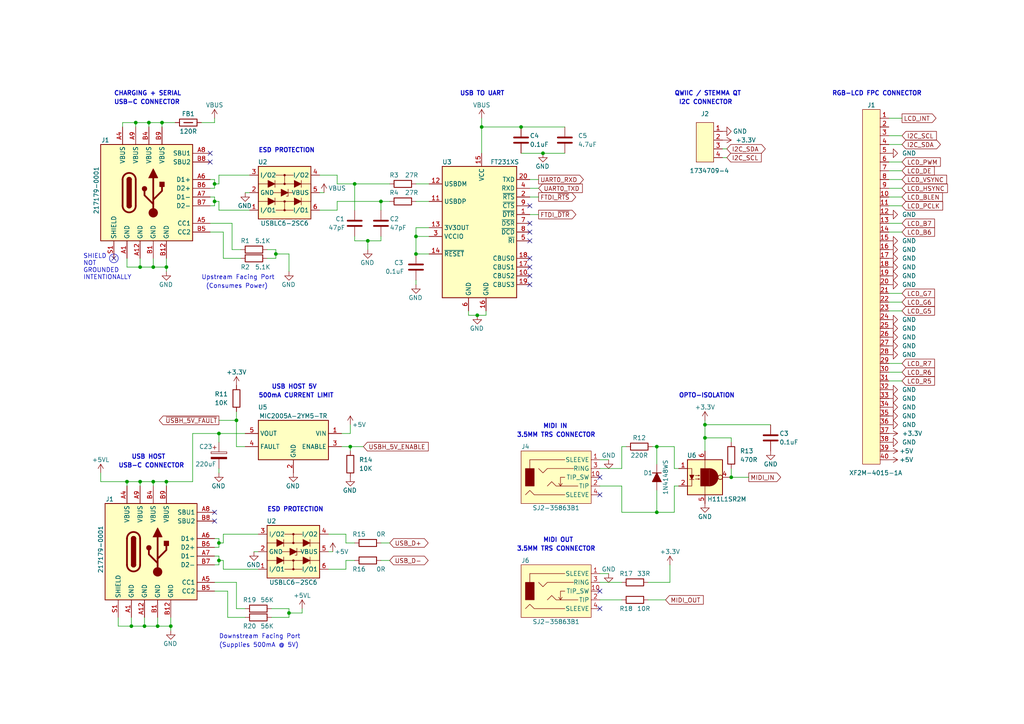
<source format=kicad_sch>
(kicad_sch (version 20230121) (generator eeschema)
  (paper "A4")
  (title_block (title "Tulip CC / Interface"))
  (lib_symbols
    (symbol "power:+3.3V" (power) (pin_names (offset 0))
      (property "Value" "+3.3V" (at 0 3.556 0))
      (symbol "+3.3V_1_1"
        (pin power_in line (at 0 0 90) (length 0) hide (name "+3.3V") (number "1"))
      )
    )
    (symbol "power:+5V" (power) (pin_names (offset 0))
      (property "Value" "+5V" (at 0 3.556 0))
      (symbol "+5V_1_1"
        (pin power_in line (at 0 0 90) (length 0) hide (name "+5V") (number "1"))
      )
    )
    (symbol "power:+5VL" (power) (pin_names (offset 0))
      (property "Value" "+5VL" (at 0 3.556 0))
      (symbol "+5VL_1_1"
        (pin power_in line (at 0 0 90) (length 0) hide (name "+5VL") (number "1"))
      )
    )
    (symbol "power:GND" (power) (pin_names (offset 0))
      (property "Value" "GND" (at 0 -3.81 0))
      (symbol "GND_1_1"
        (pin power_in line (at 0 0 270) (length 0) hide (name "GND") (number "1"))
      )
    )
    (symbol "power:VBUS" (power) (pin_names (offset 0))
      (property "Value" "VBUS" (at 0 3.81 0))
      (symbol "VBUS_1_1"
        (pin power_in line (at 0 0 90) (length 0) hide (name "VBUS") (number "1"))
      )
    )
    (symbol "tulipcc_symbol_lib:1N4148WS" (pin_numbers hide) (pin_names hide)
      (symbol "1N4148WS_1_1"
        (pin passive line (at -3.81 0 0) (length 2.54) (name "K") (number "1"))
        (pin passive line (at 3.81 0 180) (length 2.54) (name "A") (number "2"))
      )
    )
    (symbol "tulipcc_symbol_lib:CAP_0805_0.1UF" (pin_numbers hide) (pin_names (offset 0.254))
      (property "Reference" "C" (at 0.635 2.54 0))
      (property "Value" "0.1uF" (at 0.635 -2.54 0))
      (symbol "CAP_0805_0.1UF_1_1"
        (pin passive line (at 0 3.81 270) (length 2.794) (name "~") (number "1"))
        (pin passive line (at 0 -3.81 90) (length 2.794) (name "~") (number "2"))
      )
    )
    (symbol "tulipcc_symbol_lib:CAP_0805_4.7UF" (pin_numbers hide) (pin_names (offset 0.254))
      (property "Reference" "C" (at 0.635 2.54 0))
      (property "Value" "4.7uF" (at 0.635 -2.54 0))
      (symbol "CAP_0805_4.7UF_1_1"
        (pin passive line (at 0 3.81 270) (length 2.794) (name "~") (number "1"))
        (pin passive line (at 0 -3.81 90) (length 2.794) (name "~") (number "2"))
      )
    )
    (symbol "tulipcc_symbol_lib:CAP_0805_47PF" (pin_numbers hide) (pin_names (offset 0.254))
      (property "Reference" "C" (at 0.635 2.54 0))
      (property "Value" "47pF" (at 0.635 -2.54 0))
      (symbol "CAP_0805_47PF_1_1"
        (pin passive line (at 0 3.81 270) (length 2.794) (name "~") (number "1"))
        (pin passive line (at 0 -3.81 90) (length 2.794) (name "~") (number "2"))
      )
    )
    (symbol "tulipcc_symbol_lib:CAP_220UF_16V" (pin_numbers hide) (pin_names (offset 0.254))
      (property "Reference" "C" (at 0.635 2.54 0))
      (property "Value" "220uF" (at 0.635 -2.54 0))
      (symbol "CAP_220UF_16V_1_1"
        (pin passive line (at 0 3.81 270) (length 2.794) (name "") (number "1"))
        (pin passive line (at 0 -3.81 90) (length 2.794) (name "") (number "2"))
      )
    )
    (symbol "tulipcc_symbol_lib:CON_FPC40_XF2M-4015-1A"
      (property "Reference" "J" (at -3.81 1.27 0))
      (property "Value" "XF2M-4015-1A" (at -2.54 -105.41 0))
      (symbol "CON_FPC40_XF2M-4015-1A_1_1"
        (pin passive line (at 1.27 -2.54 180) (length 2.54) (name "") (number "1"))
        (pin passive line (at 1.27 -25.4 180) (length 2.54) (name "") (number "10"))
        (pin passive line (at 1.27 -27.94 180) (length 2.54) (name "") (number "11"))
        (pin passive line (at 1.27 -30.48 180) (length 2.54) (name "") (number "12"))
        (pin passive line (at 1.27 -33.02 180) (length 2.54) (name "") (number "13"))
        (pin passive line (at 1.27 -35.56 180) (length 2.54) (name "") (number "14"))
        (pin passive line (at 1.27 -38.1 180) (length 2.54) (name "") (number "15"))
        (pin passive line (at 1.27 -40.64 180) (length 2.54) (name "") (number "16"))
        (pin passive line (at 1.27 -43.18 180) (length 2.54) (name "") (number "17"))
        (pin passive line (at 1.27 -45.72 180) (length 2.54) (name "") (number "18"))
        (pin passive line (at 1.27 -48.26 180) (length 2.54) (name "") (number "19"))
        (pin passive line (at 1.27 -5.08 180) (length 2.54) (name "") (number "2"))
        (pin passive line (at 1.27 -50.8 180) (length 2.54) (name "") (number "20"))
        (pin passive line (at 1.27 -53.34 180) (length 2.54) (name "") (number "21"))
        (pin passive line (at 1.27 -55.88 180) (length 2.54) (name "") (number "22"))
        (pin passive line (at 1.27 -58.42 180) (length 2.54) (name "") (number "23"))
        (pin passive line (at 1.27 -60.96 180) (length 2.54) (name "") (number "24"))
        (pin passive line (at 1.27 -63.5 180) (length 2.54) (name "") (number "25"))
        (pin passive line (at 1.27 -66.04 180) (length 2.54) (name "") (number "26"))
        (pin passive line (at 1.27 -68.58 180) (length 2.54) (name "") (number "27"))
        (pin passive line (at 1.27 -71.12 180) (length 2.54) (name "") (number "28"))
        (pin passive line (at 1.27 -73.66 180) (length 2.54) (name "") (number "29"))
        (pin passive line (at 1.27 -7.62 180) (length 2.54) (name "") (number "3"))
        (pin passive line (at 1.27 -76.2 180) (length 2.54) (name "") (number "30"))
        (pin passive line (at 1.27 -78.74 180) (length 2.54) (name "") (number "31"))
        (pin passive line (at 1.27 -81.28 180) (length 2.54) (name "") (number "32"))
        (pin passive line (at 1.27 -83.82 180) (length 2.54) (name "") (number "33"))
        (pin passive line (at 1.27 -86.36 180) (length 2.54) (name "") (number "34"))
        (pin passive line (at 1.27 -88.9 180) (length 2.54) (name "") (number "35"))
        (pin passive line (at 1.27 -91.44 180) (length 2.54) (name "") (number "36"))
        (pin passive line (at 1.27 -93.98 180) (length 2.54) (name "") (number "37"))
        (pin passive line (at 1.27 -96.52 180) (length 2.54) (name "") (number "38"))
        (pin passive line (at 1.27 -99.06 180) (length 2.54) (name "") (number "39"))
        (pin passive line (at 1.27 -10.16 180) (length 2.54) (name "") (number "4"))
        (pin passive line (at 1.27 -101.6 180) (length 2.54) (name "") (number "40"))
        (pin passive line (at 1.27 -12.7 180) (length 2.54) (name "") (number "5"))
        (pin passive line (at 1.27 -15.24 180) (length 2.54) (name "") (number "6"))
        (pin passive line (at 1.27 -17.78 180) (length 2.54) (name "") (number "7"))
        (pin passive line (at 1.27 -20.32 180) (length 2.54) (name "") (number "8"))
        (pin passive line (at 1.27 -22.86 180) (length 2.54) (name "") (number "9"))
      )
    )
    (symbol "tulipcc_symbol_lib:CON_TE_1734709-4"
      (property "Reference" "J" (at 0 5.08 0))
      (property "Value" "1734709-4" (at -1.27 -11.43 0))
      (symbol "CON_TE_1734709-4_1_1"
        (pin passive line (at 5.08 1.27 180) (length 2.54) (name "") (number "1"))
        (pin passive line (at 5.08 -1.27 180) (length 2.54) (name "") (number "2"))
        (pin passive line (at 5.08 -3.81 180) (length 2.54) (name "") (number "3"))
        (pin passive line (at 5.08 -6.35 180) (length 2.54) (name "") (number "4"))
      )
    )
    (symbol "tulipcc_symbol_lib:CON_TRS_CUI_SJ2-35863B1"
      (property "Reference" "J" (at -8.89 8.89 0))
      (property "Value" "SJ2-35863B1" (at 0 -10.16 0))
      (symbol "CON_TRS_CUI_SJ2-35863B1_1_1"
        (pin passive line (at 12.7 5.08 180) (length 2.54) (name "SLEEVE") (number "1"))
        (pin passive line (at 12.7 0 180) (length 2.54) (name "TIP_SW") (number "10"))
        (pin passive line (at 12.7 -2.54 180) (length 2.54) (name "TIP") (number "2"))
        (pin passive line (at 12.7 2.54 180) (length 2.54) (name "RING") (number "3"))
        (pin passive line (at 12.7 -5.08 180) (length 2.54) (name "SLEEVE") (number "4"))
      )
    )
    (symbol "tulipcc_symbol_lib:FERRITE_0805_120R_3A" (pin_numbers hide) (pin_names (offset 0.254) hide)
      (property "Reference" "FB" (at -3.81 2.54 0))
      (property "Value" "120R" (at 1.27 2.54 0))
      (symbol "FERRITE_0805_120R_3A_1_1"
        (pin passive line (at -3.81 0 0) (length 1.27) (name "~") (number "1"))
        (pin passive line (at 3.81 0 180) (length 1.27) (name "~") (number "2"))
      )
    )
    (symbol "tulipcc_symbol_lib:FT231XS"
      (property "Reference" "U" (at -13.97 20.32 0))
      (property "Value" "FT231XS" (at 1.27 20.32 0))
      (symbol "FT231XS_1_1"
        (pin output line (at 11.43 5.08 180) (length 3.81) (name "~{DTR}") (number "1"))
        (pin bidirectional line (at 11.43 -12.7 180) (length 3.81) (name "CBUS2") (number "10"))
        (pin bidirectional line (at -17.78 8.89 0) (length 3.81) (name "USBDP") (number "11"))
        (pin bidirectional line (at -17.78 13.97 0) (length 3.81) (name "USBDM") (number "12"))
        (pin power_out line (at -17.78 1.27 0) (length 3.81) (name "3V3OUT") (number "13"))
        (pin input line (at -17.78 -6.35 0) (length 3.81) (name "~{RESET}") (number "14"))
        (pin power_in line (at -2.54 22.86 270) (length 3.81) (name "VCC") (number "15"))
        (pin power_in line (at -1.27 -22.86 90) (length 3.81) (name "GND") (number "16"))
        (pin bidirectional line (at 11.43 -10.16 180) (length 3.81) (name "CBUS1") (number "17"))
        (pin bidirectional line (at 11.43 -7.62 180) (length 3.81) (name "CBUS0") (number "18"))
        (pin bidirectional line (at 11.43 -15.24 180) (length 3.81) (name "CBUS3") (number "19"))
        (pin output line (at 11.43 10.16 180) (length 3.81) (name "~{RTS}") (number "2"))
        (pin output line (at 11.43 15.24 180) (length 3.81) (name "TXD") (number "20"))
        (pin power_in line (at -17.78 -1.27 0) (length 3.81) (name "VCCIO") (number "3"))
        (pin input line (at 11.43 12.7 180) (length 3.81) (name "RXD") (number "4"))
        (pin input line (at 11.43 -2.54 180) (length 3.81) (name "~{RI}") (number "5"))
        (pin power_in line (at -6.35 -22.86 90) (length 3.81) (name "GND") (number "6"))
        (pin input line (at 11.43 2.54 180) (length 3.81) (name "~{DSR}") (number "7"))
        (pin input line (at 11.43 0 180) (length 3.81) (name "~{DCD}") (number "8"))
        (pin input line (at 11.43 7.62 180) (length 3.81) (name "~{CTS}") (number "9"))
      )
    )
    (symbol "tulipcc_symbol_lib:H11L1SR2M" (pin_names (offset 1.016))
      (property "Reference" "U" (at 1.27 8.89 0))
      (property "Value" "H11L1SR2M" (at 1.27 6.35 0))
      (symbol "H11L1SR2M_1_1"
        (pin passive line (at -7.62 2.54 0) (length 2.54) (name "~") (number "1"))
        (pin passive line (at -7.62 -2.54 0) (length 2.54) (name "~") (number "2"))
        (pin no_connect line (at -5.08 0 0) (length 2.54) hide (name "~") (number "3"))
        (pin output inverted (at 7.62 0 180) (length 3.81) (name "~") (number "4"))
        (pin power_in line (at 0 -7.62 90) (length 2.54) (name "~") (number "5"))
        (pin power_in line (at 0 7.62 270) (length 2.54) (name "~") (number "6"))
      )
    )
    (symbol "tulipcc_symbol_lib:MIC2005A"
      (property "Reference" "U" (at -10.16 8.89 0))
      (property "Value" "MIC2005A-2YM5-TR" (at 12.7 -6.35 0))
      (symbol "MIC2005A_1_1"
        (pin power_in line (at -13.97 3.81 0) (length 3.81) (name "VIN") (number "1"))
        (pin power_in line (at 0 -7.62 90) (length 3.81) (name "GND") (number "2"))
        (pin input line (at -13.97 0 0) (length 3.81) (name "ENABLE") (number "3"))
        (pin output line (at 13.97 0 180) (length 3.81) (name "FAULT") (number "4"))
        (pin power_out line (at 13.97 3.81 180) (length 3.81) (name "VOUT") (number "5"))
      )
    )
    (symbol "tulipcc_symbol_lib:RES_0805_0R" (pin_numbers hide) (pin_names (offset 0))
      (property "Reference" "R" (at 0 2.032 0))
      (property "Value" "0R" (at 0 -2.54 0))
      (symbol "RES_0805_0R_1_1"
        (pin passive line (at -3.81 0 0) (length 1.27) (name "~") (number "1"))
        (pin passive line (at 3.81 0 180) (length 1.27) (name "~") (number "2"))
      )
    )
    (symbol "tulipcc_symbol_lib:RES_0805_10K" (pin_numbers hide) (pin_names (offset 0))
      (property "Reference" "R" (at 0 2.032 0))
      (property "Value" "10K" (at 0 -2.54 0))
      (symbol "RES_0805_10K_1_1"
        (pin passive line (at -3.81 0 0) (length 1.27) (name "~") (number "1"))
        (pin passive line (at 3.81 0 180) (length 1.27) (name "~") (number "2"))
      )
    )
    (symbol "tulipcc_symbol_lib:RES_0805_10R" (pin_numbers hide) (pin_names (offset 0))
      (property "Reference" "R" (at 0 2.032 0))
      (property "Value" "10R" (at 0 -2.54 0))
      (symbol "RES_0805_10R_1_1"
        (pin passive line (at -3.81 0 0) (length 1.27) (name "~") (number "1"))
        (pin passive line (at 3.81 0 180) (length 1.27) (name "~") (number "2"))
      )
    )
    (symbol "tulipcc_symbol_lib:RES_0805_220R" (pin_numbers hide) (pin_names (offset 0))
      (property "Reference" "R" (at 0 2.032 0))
      (property "Value" "220R" (at 0 -2.54 0))
      (symbol "RES_0805_220R_1_1"
        (pin passive line (at -3.81 0 0) (length 1.27) (name "~") (number "1"))
        (pin passive line (at 3.81 0 180) (length 1.27) (name "~") (number "2"))
      )
    )
    (symbol "tulipcc_symbol_lib:RES_0805_27R" (pin_numbers hide) (pin_names (offset 0))
      (property "Reference" "R" (at 0 2.032 0))
      (property "Value" "27R" (at 0 -2.54 0))
      (symbol "RES_0805_27R_1_1"
        (pin passive line (at -3.81 0 0) (length 1.27) (name "~") (number "1"))
        (pin passive line (at 3.81 0 180) (length 1.27) (name "~") (number "2"))
      )
    )
    (symbol "tulipcc_symbol_lib:RES_0805_33R" (pin_numbers hide) (pin_names (offset 0))
      (property "Reference" "R" (at 0 2.032 0))
      (property "Value" "33R" (at 0 -2.54 0))
      (symbol "RES_0805_33R_1_1"
        (pin passive line (at -3.81 0 0) (length 1.27) (name "~") (number "1"))
        (pin passive line (at 3.81 0 180) (length 1.27) (name "~") (number "2"))
      )
    )
    (symbol "tulipcc_symbol_lib:RES_0805_470R" (pin_numbers hide) (pin_names (offset 0))
      (property "Reference" "R" (at 0 2.032 0))
      (property "Value" "470R" (at 0 -2.54 0))
      (symbol "RES_0805_470R_1_1"
        (pin passive line (at -3.81 0 0) (length 1.27) (name "~") (number "1"))
        (pin passive line (at 3.81 0 180) (length 1.27) (name "~") (number "2"))
      )
    )
    (symbol "tulipcc_symbol_lib:RES_0805_56K" (pin_numbers hide) (pin_names (offset 0))
      (property "Reference" "R" (at 0 2.032 0))
      (property "Value" "56K" (at 0 -2.54 0))
      (symbol "RES_0805_56K_1_1"
        (pin passive line (at -3.81 0 0) (length 1.27) (name "~") (number "1"))
        (pin passive line (at 3.81 0 180) (length 1.27) (name "~") (number "2"))
      )
    )
    (symbol "tulipcc_symbol_lib:RES_0805_5K1" (pin_numbers hide) (pin_names (offset 0))
      (property "Reference" "R" (at 0 2.032 0))
      (property "Value" "5.1K" (at 0 -2.54 0))
      (symbol "RES_0805_5K1_1_1"
        (pin passive line (at -3.81 0 0) (length 1.27) (name "~") (number "1"))
        (pin passive line (at 3.81 0 180) (length 1.27) (name "~") (number "2"))
      )
    )
    (symbol "tulipcc_symbol_lib:USB-C_217179-0001"
      (property "Reference" "J" (at -11.43 15.24 0))
      (property "Value" "USB-C_217179-0001" (at -1.27 -26.67 0))
      (symbol "USB-C_217179-0001_1_1"
        (pin passive line (at -5.08 -19.05 90) (length 5.08) (name "GND") (number "A1"))
        (pin passive line (at -1.27 -19.05 90) (length 5.08) (name "GND") (number "A12"))
        (pin passive line (at -6.35 19.05 270) (length 5.08) (name "VBUS") (number "A4"))
        (pin bidirectional line (at 19.05 -8.89 180) (length 5.08) (name "CC1") (number "A5"))
        (pin bidirectional line (at 19.05 3.81 180) (length 5.08) (name "D1+") (number "A6"))
        (pin bidirectional line (at 19.05 -1.27 180) (length 5.08) (name "D1-") (number "A7"))
        (pin bidirectional line (at 19.05 11.43 180) (length 5.08) (name "SBU1") (number "A8"))
        (pin passive line (at -2.54 19.05 270) (length 5.08) (name "VBUS") (number "A9"))
        (pin passive line (at 2.54 -19.05 90) (length 5.08) (name "GND") (number "B1"))
        (pin passive line (at 6.35 -19.05 90) (length 5.08) (name "GND") (number "B12"))
        (pin passive line (at 1.27 19.05 270) (length 5.08) (name "VBUS") (number "B4"))
        (pin bidirectional line (at 19.05 -11.43 180) (length 5.08) (name "CC2") (number "B5"))
        (pin bidirectional line (at 19.05 1.27 180) (length 5.08) (name "D2+") (number "B6"))
        (pin bidirectional line (at 19.05 -3.81 180) (length 5.08) (name "D2-") (number "B7"))
        (pin bidirectional line (at 19.05 8.89 180) (length 5.08) (name "SBU2") (number "B8"))
        (pin passive line (at 5.08 19.05 270) (length 5.08) (name "VBUS") (number "B9"))
        (pin passive line (at -8.89 -19.05 90) (length 5.08) (name "SHIELD") (number "S1"))
      )
    )
    (symbol "tulipcc_symbol_lib:USBLC6-2SC6"
      (property "Reference" "U" (at -7.62 8.89 0))
      (property "Value" "USBLC6-2SC6" (at -7.62 -8.89 0))
      (symbol "USBLC6-2SC6_1_1"
        (pin passive line (at -10.16 5.08 0) (length 2.54) (name "I/O1") (number "1"))
        (pin passive line (at -10.16 0 0) (length 2.54) (name "GND") (number "2"))
        (pin passive line (at -10.16 -5.08 0) (length 2.54) (name "I/O2") (number "3"))
        (pin passive line (at 10.16 -5.08 180) (length 2.54) (name "I/O2") (number "4"))
        (pin passive line (at 10.16 0 180) (length 2.54) (name "VBUS") (number "5"))
        (pin passive line (at 10.16 5.08 180) (length 2.54) (name "I/O1") (number "6"))
      )
    )
  )
  (junction (at 204.47 123.19))
  (junction (at 157.48 44.45))
  (junction (at 138.43 91.44))
  (junction (at 120.65 73.66))
  (junction (at 110.49 58.42))
  (junction (at 106.68 69.85))
  (junction (at 212.09 138.43))
  (junction (at 48.26 77.47))
  (junction (at 40.64 77.47))
  (junction (at 44.45 139.7))
  (junction (at 63.5 157.48))
  (junction (at 41.91 181.61))
  (junction (at 62.23 58.42))
  (junction (at 62.23 53.34))
  (junction (at 204.47 127))
  (junction (at 48.26 139.7))
  (junction (at 63.5 162.56))
  (junction (at 151.13 36.83))
  (junction (at 139.7 36.83))
  (junction (at 63.5 125.73))
  (junction (at 39.37 35.56))
  (junction (at 190.5 129.54))
  (junction (at 44.45 77.47))
  (junction (at 190.5 148.59))
  (junction (at 40.64 139.7))
  (junction (at 101.6 129.54))
  (junction (at 45.72 181.61))
  (junction (at 68.58 121.92))
  (junction (at 43.18 35.56))
  (junction (at 49.53 181.61))
  (junction (at 83.82 177.8))
  (junction (at 46.99 35.56))
  (junction (at 38.1 181.61))
  (junction (at 102.87 53.34))
  (junction (at 80.01 73.66))
  (junction (at 36.83 139.7))
  (junction (at 120.65 68.58))
  (no_connect (at 60.96 44.45))
  (no_connect (at 173.99 171.45))
  (no_connect (at 62.23 148.59))
  (no_connect (at 173.99 143.51))
  (no_connect (at 153.67 74.93))
  (no_connect (at 153.67 64.77))
  (no_connect (at 60.96 46.99))
  (no_connect (at 153.67 67.31))
  (no_connect (at 153.67 82.55))
  (no_connect (at 153.67 69.85))
  (no_connect (at 153.67 59.69))
  (no_connect (at 62.23 151.13))
  (no_connect (at 173.99 176.53))
  (no_connect (at 173.99 138.43))
  (no_connect (at 153.67 80.01))
  (no_connect (at 33.02 74.93))
  (no_connect (at 153.67 77.47))
  (wire (pts (xy 153.67 57.15) (xy 156.21 57.15)))
  (wire (pts (xy 195.58 129.54) (xy 195.58 135.89)))
  (wire (pts (xy 41.91 179.07) (xy 41.91 181.61)))
  (wire (pts (xy 257.81 39.37) (xy 261.62 39.37)))
  (wire (pts (xy 110.49 69.85) (xy 110.49 68.58)))
  (wire (pts (xy 39.37 35.56) (xy 39.37 36.83)))
  (wire (pts (xy 97.79 50.8) (xy 92.71 50.8)))
  (wire (pts (xy 204.47 127) (xy 212.09 127)))
  (wire (pts (xy 151.13 44.45) (xy 157.48 44.45)))
  (wire (pts (xy 209.55 45.72) (xy 210.82 45.72)))
  (wire (pts (xy 204.47 127) (xy 204.47 130.81)))
  (wire (pts (xy 62.23 163.83) (xy 63.5 163.83)))
  (wire (pts (xy 173.99 166.37) (xy 176.53 166.37)))
  (wire (pts (xy 36.83 74.93) (xy 36.83 77.47)))
  (wire (pts (xy 62.23 161.29) (xy 63.5 161.29)))
  (wire (pts (xy 195.58 135.89) (xy 196.85 135.89)))
  (wire (pts (xy 48.26 77.47) (xy 48.26 74.93)))
  (wire (pts (xy 100.33 157.48) (xy 100.33 154.94)))
  (wire (pts (xy 194.31 163.83) (xy 194.31 168.91)))
  (wire (pts (xy 87.63 176.53) (xy 87.63 177.8)))
  (wire (pts (xy 180.34 129.54) (xy 181.61 129.54)))
  (wire (pts (xy 97.79 58.42) (xy 97.79 60.96)))
  (wire (pts (xy 139.7 34.29) (xy 139.7 36.83)))
  (wire (pts (xy 78.74 179.07) (xy 83.82 179.07)))
  (wire (pts (xy 60.96 57.15) (xy 62.23 57.15)))
  (wire (pts (xy 96.52 160.02) (xy 95.25 160.02)))
  (wire (pts (xy 63.5 161.29) (xy 63.5 162.56)))
  (wire (pts (xy 63.5 53.34) (xy 63.5 50.8)))
  (wire (pts (xy 48.26 139.7) (xy 48.26 140.97)))
  (wire (pts (xy 55.88 125.73) (xy 63.5 125.73)))
  (wire (pts (xy 101.6 123.19) (xy 101.6 125.73)))
  (wire (pts (xy 124.46 66.04) (xy 120.65 66.04)))
  (wire (pts (xy 62.23 58.42) (xy 62.23 59.69)))
  (wire (pts (xy 110.49 157.48) (xy 113.03 157.48)))
  (wire (pts (xy 67.31 72.39) (xy 69.85 72.39)))
  (wire (pts (xy 36.83 77.47) (xy 40.64 77.47)))
  (wire (pts (xy 83.82 176.53) (xy 83.82 177.8)))
  (wire (pts (xy 62.23 168.91) (xy 68.58 168.91)))
  (wire (pts (xy 140.97 90.17) (xy 140.97 91.44)))
  (wire (pts (xy 257.81 46.99) (xy 261.62 46.99)))
  (wire (pts (xy 60.96 64.77) (xy 67.31 64.77)))
  (wire (pts (xy 44.45 77.47) (xy 48.26 77.47)))
  (wire (pts (xy 63.5 157.48) (xy 63.5 158.75)))
  (wire (pts (xy 212.09 138.43) (xy 217.17 138.43)))
  (wire (pts (xy 55.88 125.73) (xy 55.88 139.7)))
  (wire (pts (xy 101.6 129.54) (xy 105.41 129.54)))
  (wire (pts (xy 257.81 67.31) (xy 261.62 67.31)))
  (wire (pts (xy 173.99 140.97) (xy 180.34 140.97)))
  (wire (pts (xy 62.23 53.34) (xy 62.23 54.61)))
  (wire (pts (xy 195.58 140.97) (xy 196.85 140.97)))
  (wire (pts (xy 210.82 43.18) (xy 209.55 43.18)))
  (wire (pts (xy 180.34 140.97) (xy 180.34 148.59)))
  (wire (pts (xy 106.68 69.85) (xy 106.68 72.39)))
  (wire (pts (xy 63.5 125.73) (xy 63.5 128.27)))
  (wire (pts (xy 60.96 54.61) (xy 62.23 54.61)))
  (wire (pts (xy 41.91 181.61) (xy 45.72 181.61)))
  (wire (pts (xy 45.72 179.07) (xy 45.72 181.61)))
  (wire (pts (xy 135.89 91.44) (xy 138.43 91.44)))
  (wire (pts (xy 157.48 44.45) (xy 163.83 44.45)))
  (wire (pts (xy 49.53 181.61) (xy 49.53 182.88)))
  (wire (pts (xy 187.96 173.99) (xy 193.04 173.99)))
  (wire (pts (xy 257.81 107.95) (xy 261.62 107.95)))
  (wire (pts (xy 139.7 36.83) (xy 139.7 44.45)))
  (wire (pts (xy 38.1 181.61) (xy 41.91 181.61)))
  (wire (pts (xy 43.18 35.56) (xy 43.18 36.83)))
  (wire (pts (xy 46.99 35.56) (xy 50.8 35.56)))
  (wire (pts (xy 257.81 110.49) (xy 261.62 110.49)))
  (wire (pts (xy 257.81 34.29) (xy 261.62 34.29)))
  (wire (pts (xy 64.77 154.94) (xy 74.93 154.94)))
  (wire (pts (xy 64.77 162.56) (xy 64.77 165.1)))
  (wire (pts (xy 64.77 157.48) (xy 64.77 154.94)))
  (wire (pts (xy 110.49 58.42) (xy 110.49 60.96)))
  (wire (pts (xy 173.99 168.91) (xy 180.34 168.91)))
  (wire (pts (xy 83.82 177.8) (xy 87.63 177.8)))
  (wire (pts (xy 120.65 66.04) (xy 120.65 68.58)))
  (wire (pts (xy 257.81 64.77) (xy 261.62 64.77)))
  (wire (pts (xy 120.65 81.28) (xy 120.65 82.55)))
  (wire (pts (xy 63.5 121.92) (xy 68.58 121.92)))
  (wire (pts (xy 40.64 139.7) (xy 40.64 140.97)))
  (wire (pts (xy 48.26 77.47) (xy 48.26 78.74)))
  (wire (pts (xy 40.64 77.47) (xy 44.45 77.47)))
  (wire (pts (xy 257.81 49.53) (xy 261.62 49.53)))
  (wire (pts (xy 68.58 176.53) (xy 71.12 176.53)))
  (wire (pts (xy 34.29 179.07) (xy 34.29 181.61)))
  (wire (pts (xy 63.5 157.48) (xy 64.77 157.48)))
  (wire (pts (xy 66.04 179.07) (xy 66.04 171.45)))
  (wire (pts (xy 257.81 52.07) (xy 261.62 52.07)))
  (wire (pts (xy 100.33 154.94) (xy 95.25 154.94)))
  (wire (pts (xy 68.58 121.92) (xy 68.58 129.54)))
  (wire (pts (xy 63.5 58.42) (xy 63.5 60.96)))
  (wire (pts (xy 63.5 60.96) (xy 72.39 60.96)))
  (wire (pts (xy 190.5 142.24) (xy 190.5 148.59)))
  (wire (pts (xy 257.81 85.09) (xy 261.62 85.09)))
  (wire (pts (xy 195.58 148.59) (xy 195.58 140.97)))
  (wire (pts (xy 187.96 168.91) (xy 194.31 168.91)))
  (wire (pts (xy 62.23 156.21) (xy 63.5 156.21)))
  (wire (pts (xy 39.37 35.56) (xy 43.18 35.56)))
  (wire (pts (xy 204.47 121.92) (xy 204.47 123.19)))
  (wire (pts (xy 64.77 74.93) (xy 69.85 74.93)))
  (wire (pts (xy 63.5 135.89) (xy 63.5 137.16)))
  (wire (pts (xy 153.67 54.61) (xy 156.21 54.61)))
  (wire (pts (xy 138.43 91.44) (xy 140.97 91.44)))
  (wire (pts (xy 153.67 62.23) (xy 156.21 62.23)))
  (wire (pts (xy 110.49 58.42) (xy 113.03 58.42)))
  (wire (pts (xy 257.81 59.69) (xy 261.62 59.69)))
  (wire (pts (xy 173.99 135.89) (xy 180.34 135.89)))
  (wire (pts (xy 64.77 165.1) (xy 74.93 165.1)))
  (wire (pts (xy 189.23 129.54) (xy 190.5 129.54)))
  (wire (pts (xy 257.81 90.17) (xy 261.62 90.17)))
  (wire (pts (xy 78.74 176.53) (xy 83.82 176.53)))
  (wire (pts (xy 173.99 133.35) (xy 176.53 133.35)))
  (wire (pts (xy 102.87 53.34) (xy 102.87 60.96)))
  (wire (pts (xy 102.87 68.58) (xy 102.87 69.85)))
  (wire (pts (xy 62.23 53.34) (xy 63.5 53.34)))
  (wire (pts (xy 120.65 68.58) (xy 120.65 73.66)))
  (wire (pts (xy 36.83 139.7) (xy 36.83 140.97)))
  (wire (pts (xy 101.6 129.54) (xy 101.6 130.81)))
  (wire (pts (xy 63.5 50.8) (xy 72.39 50.8)))
  (wire (pts (xy 120.65 68.58) (xy 124.46 68.58)))
  (wire (pts (xy 106.68 69.85) (xy 110.49 69.85)))
  (wire (pts (xy 60.96 52.07) (xy 62.23 52.07)))
  (wire (pts (xy 62.23 58.42) (xy 63.5 58.42)))
  (wire (pts (xy 190.5 148.59) (xy 195.58 148.59)))
  (wire (pts (xy 110.49 162.56) (xy 113.03 162.56)))
  (wire (pts (xy 36.83 139.7) (xy 40.64 139.7)))
  (wire (pts (xy 102.87 69.85) (xy 106.68 69.85)))
  (wire (pts (xy 45.72 181.61) (xy 49.53 181.61)))
  (wire (pts (xy 97.79 60.96) (xy 92.71 60.96)))
  (wire (pts (xy 190.5 129.54) (xy 190.5 134.62)))
  (wire (pts (xy 43.18 35.56) (xy 46.99 35.56)))
  (wire (pts (xy 93.98 55.88) (xy 92.71 55.88)))
  (wire (pts (xy 62.23 52.07) (xy 62.23 53.34)))
  (wire (pts (xy 46.99 35.56) (xy 46.99 36.83)))
  (wire (pts (xy 35.56 35.56) (xy 39.37 35.56)))
  (wire (pts (xy 180.34 148.59) (xy 190.5 148.59)))
  (wire (pts (xy 99.06 129.54) (xy 101.6 129.54)))
  (wire (pts (xy 120.65 73.66) (xy 124.46 73.66)))
  (wire (pts (xy 63.5 125.73) (xy 71.12 125.73)))
  (wire (pts (xy 257.81 105.41) (xy 261.62 105.41)))
  (wire (pts (xy 77.47 74.93) (xy 80.01 74.93)))
  (wire (pts (xy 80.01 74.93) (xy 80.01 73.66)))
  (wire (pts (xy 77.47 72.39) (xy 80.01 72.39)))
  (wire (pts (xy 100.33 162.56) (xy 102.87 162.56)))
  (wire (pts (xy 62.23 57.15) (xy 62.23 58.42)))
  (wire (pts (xy 204.47 123.19) (xy 204.47 127)))
  (wire (pts (xy 212.09 135.89) (xy 212.09 138.43)))
  (wire (pts (xy 68.58 168.91) (xy 68.58 176.53)))
  (wire (pts (xy 257.81 41.91) (xy 261.62 41.91)))
  (wire (pts (xy 44.45 74.93) (xy 44.45 77.47)))
  (wire (pts (xy 49.53 181.61) (xy 49.53 179.07)))
  (wire (pts (xy 67.31 64.77) (xy 67.31 72.39)))
  (wire (pts (xy 257.81 87.63) (xy 261.62 87.63)))
  (wire (pts (xy 60.96 67.31) (xy 64.77 67.31)))
  (wire (pts (xy 153.67 52.07) (xy 156.21 52.07)))
  (wire (pts (xy 97.79 58.42) (xy 110.49 58.42)))
  (wire (pts (xy 60.96 59.69) (xy 62.23 59.69)))
  (wire (pts (xy 73.66 160.02) (xy 74.93 160.02)))
  (wire (pts (xy 100.33 162.56) (xy 100.33 165.1)))
  (wire (pts (xy 71.12 55.88) (xy 72.39 55.88)))
  (wire (pts (xy 55.88 139.7) (xy 48.26 139.7)))
  (wire (pts (xy 66.04 179.07) (xy 71.12 179.07)))
  (wire (pts (xy 173.99 173.99) (xy 180.34 173.99)))
  (wire (pts (xy 100.33 157.48) (xy 102.87 157.48)))
  (wire (pts (xy 40.64 74.93) (xy 40.64 77.47)))
  (wire (pts (xy 38.1 179.07) (xy 38.1 181.61)))
  (wire (pts (xy 212.09 127) (xy 212.09 128.27)))
  (wire (pts (xy 102.87 53.34) (xy 97.79 53.34)))
  (wire (pts (xy 151.13 36.83) (xy 163.83 36.83)))
  (wire (pts (xy 44.45 139.7) (xy 48.26 139.7)))
  (wire (pts (xy 68.58 129.54) (xy 71.12 129.54)))
  (wire (pts (xy 68.58 119.38) (xy 68.58 121.92)))
  (wire (pts (xy 190.5 129.54) (xy 195.58 129.54)))
  (wire (pts (xy 35.56 35.56) (xy 35.56 36.83)))
  (wire (pts (xy 44.45 139.7) (xy 44.45 140.97)))
  (wire (pts (xy 83.82 73.66) (xy 80.01 73.66)))
  (wire (pts (xy 120.65 58.42) (xy 124.46 58.42)))
  (wire (pts (xy 102.87 53.34) (xy 113.03 53.34)))
  (wire (pts (xy 83.82 78.74) (xy 83.82 73.66)))
  (wire (pts (xy 34.29 181.61) (xy 38.1 181.61)))
  (wire (pts (xy 58.42 35.56) (xy 62.23 35.56)))
  (wire (pts (xy 64.77 74.93) (xy 64.77 67.31)))
  (wire (pts (xy 63.5 156.21) (xy 63.5 157.48)))
  (wire (pts (xy 62.23 171.45) (xy 66.04 171.45)))
  (wire (pts (xy 62.23 35.56) (xy 62.23 34.29)))
  (wire (pts (xy 99.06 125.73) (xy 101.6 125.73)))
  (wire (pts (xy 120.65 53.34) (xy 124.46 53.34)))
  (wire (pts (xy 40.64 139.7) (xy 44.45 139.7)))
  (wire (pts (xy 29.21 139.7) (xy 36.83 139.7)))
  (wire (pts (xy 257.81 57.15) (xy 261.62 57.15)))
  (wire (pts (xy 62.23 158.75) (xy 63.5 158.75)))
  (wire (pts (xy 80.01 72.39) (xy 80.01 73.66)))
  (wire (pts (xy 204.47 123.19) (xy 223.52 123.19)))
  (wire (pts (xy 135.89 90.17) (xy 135.89 91.44)))
  (wire (pts (xy 180.34 135.89) (xy 180.34 129.54)))
  (wire (pts (xy 139.7 36.83) (xy 151.13 36.83)))
  (wire (pts (xy 100.33 165.1) (xy 95.25 165.1)))
  (wire (pts (xy 257.81 54.61) (xy 261.62 54.61)))
  (wire (pts (xy 97.79 53.34) (xy 97.79 50.8)))
  (wire (pts (xy 29.21 137.16) (xy 29.21 139.7)))
  (wire (pts (xy 83.82 177.8) (xy 83.82 179.07)))
  (wire (pts (xy 63.5 162.56) (xy 63.5 163.83)))
  (wire (pts (xy 63.5 162.56) (xy 64.77 162.56)))
  (circle (center 33.02 74.93) (radius 1.27))
  (text "USB TO UART" (at 133.35 27.94 0) (effects (font (size 1.27 1.27) (thickness 0.254) bold) (justify left bottom)))
  (text "3.5MM TRS CONNECTOR" (at 149.86 127 0) (effects (font (size 1.27 1.27) (thickness 0.254) bold) (justify left bottom)))
  (text "500mA CURRENT LIMIT" (at 74.93 115.57 0) (effects (font (size 1.27 1.27) (thickness 0.254) bold) (justify left bottom)))
  (text "OPTO-ISOLATION" (at 196.85 115.57 0) (effects (font (size 1.27 1.27) (thickness 0.254) bold) (justify left bottom)))
  (text "MIDI IN" (at 157.48 124.46 0) (effects (font (size 1.27 1.27) (thickness 0.254) bold) (justify left bottom)))
  (text "USB-C CONNECTOR" (at 33.02 30.48 0) (effects (font (size 1.27 1.27) (thickness 0.254) bold) (justify left bottom)))
  (text "3.5MM TRS CONNECTOR" (at 149.86 160.02 0) (effects (font (size 1.27 1.27) (thickness 0.254) bold) (justify left bottom)))
  (text "USB HOST 5V" (at 78.74 113.03 0) (effects (font (size 1.27 1.27) (thickness 0.254) bold) (justify left bottom)))
  (text "ESD PROTECTION" (at 77.47 148.59 0) (effects (font (size 1.27 1.27) (thickness 0.254) bold) (justify left bottom)))
  (text "USB HOST" (at 38.1 133.35 0) (effects (font (size 1.27 1.27) (thickness 0.254) bold) (justify left bottom)))
  (text "SHIELD\nNOT\nGROUNDED\nINTENTIONALLY" (at 24.13 81.28 0) (effects (font (size 1.27 1.27)) (justify left bottom)))
  (text "I2C CONNECTOR" (at 196.85 30.48 0) (effects (font (size 1.27 1.27) (thickness 0.254) bold) (justify left bottom)))
  (text "RGB-LCD FPC CONNECTOR" (at 241.3 27.94 0) (effects (font (size 1.27 1.27) (thickness 0.254) bold) (justify left bottom)))
  (text "MIDI OUT" (at 157.48 157.48 0) (effects (font (size 1.27 1.27) (thickness 0.254) bold) (justify left bottom)))
  (text "Upstream Facing Port" (at 58.42 81.28 0) (effects (font (size 1.27 1.27)) (justify left bottom)))
  (text "QWIIC / STEMMA QT" (at 195.58 27.94 0) (effects (font (size 1.27 1.27) (thickness 0.254) bold) (justify left bottom)))
  (text "(Consumes Power)" (at 59.69 83.82 0) (effects (font (size 1.27 1.27)) (justify left bottom)))
  (text "ESD PROTECTION" (at 74.93 44.45 0) (effects (font (size 1.27 1.27) (thickness 0.254) bold) (justify left bottom)))
  (text "Downstream Facing Port" (at 63.5 185.42 0) (effects (font (size 1.27 1.27)) (justify left bottom)))
  (text "CHARGING + SERIAL" (at 33.02 27.94 0) (effects (font (size 1.27 1.27) (thickness 0.254) bold) (justify left bottom)))
  (text "(Supplies 500mA @ 5V)\n" (at 63.5 187.96 0) (effects (font (size 1.27 1.27)) (justify left bottom)))
  (text "USB-C CONNECTOR" (at 34.29 135.89 0) (effects (font (size 1.27 1.27) (thickness 0.254) bold) (justify left bottom)))
  (global_label "USB_D-" (shape bidirectional) (at 113.03 162.56 0) (property "Intersheetrefs" "${INTERSHEET_REFS}" (effects hide)))
  (global_label "USBH_5V_ENABLE" (shape input) (at 105.41 129.54 0) (property "Intersheetrefs" "${INTERSHEET_REFS}" (effects hide)))
  (global_label "LCD_R5" (shape input) (at 261.62 110.49 0) (property "Intersheetrefs" "${INTERSHEET_REFS}" (effects hide)))
  (global_label "~{USBH_5V_FAULT}" (shape output) (at 63.5 121.92 180) (property "Intersheetrefs" "${INTERSHEET_REFS}" (effects hide)))
  (global_label "LCD_VSYNC" (shape input) (at 261.62 52.07 0) (property "Intersheetrefs" "${INTERSHEET_REFS}" (effects hide)))
  (global_label "LCD_PCLK" (shape input) (at 261.62 59.69 0) (property "Intersheetrefs" "${INTERSHEET_REFS}" (effects hide)))
  (global_label "LCD_G5" (shape input) (at 261.62 90.17 0) (property "Intersheetrefs" "${INTERSHEET_REFS}" (effects hide)))
  (global_label "I2C_SCL" (shape input) (at 210.82 45.72 0) (property "Intersheetrefs" "${INTERSHEET_REFS}" (effects hide)))
  (global_label "LCD_INT" (shape output) (at 261.62 34.29 0) (property "Intersheetrefs" "${INTERSHEET_REFS}" (effects hide)))
  (global_label "MIDI_IN" (shape output) (at 217.17 138.43 0) (property "Intersheetrefs" "${INTERSHEET_REFS}" (effects hide)))
  (global_label "I2C_SCL" (shape input) (at 261.62 39.37 0) (property "Intersheetrefs" "${INTERSHEET_REFS}" (effects hide)))
  (global_label "FTDI_~{DTR}" (shape output) (at 156.21 62.23 0) (property "Intersheetrefs" "${INTERSHEET_REFS}" (effects hide)))
  (global_label "USB_D+" (shape bidirectional) (at 113.03 157.48 0) (property "Intersheetrefs" "${INTERSHEET_REFS}" (effects hide)))
  (global_label "LCD_B7" (shape input) (at 261.62 64.77 0) (property "Intersheetrefs" "${INTERSHEET_REFS}" (effects hide)))
  (global_label "LCD_B6" (shape input) (at 261.62 67.31 0) (property "Intersheetrefs" "${INTERSHEET_REFS}" (effects hide)))
  (global_label "LCD_G6" (shape input) (at 261.62 87.63 0) (property "Intersheetrefs" "${INTERSHEET_REFS}" (effects hide)))
  (global_label "LCD_R6" (shape input) (at 261.62 107.95 0) (property "Intersheetrefs" "${INTERSHEET_REFS}" (effects hide)))
  (global_label "UART0_RXD" (shape output) (at 156.21 52.07 0) (property "Intersheetrefs" "${INTERSHEET_REFS}" (effects hide)))
  (global_label "I2C_SDA" (shape bidirectional) (at 210.82 43.18 0) (property "Intersheetrefs" "${INTERSHEET_REFS}" (effects hide)))
  (global_label "LCD_R7" (shape input) (at 261.62 105.41 0) (property "Intersheetrefs" "${INTERSHEET_REFS}" (effects hide)))
  (global_label "LCD_G7" (shape input) (at 261.62 85.09 0) (property "Intersheetrefs" "${INTERSHEET_REFS}" (effects hide)))
  (global_label "FTDI_~{RTS}" (shape output) (at 156.21 57.15 0) (property "Intersheetrefs" "${INTERSHEET_REFS}" (effects hide)))
  (global_label "LCD_DE" (shape input) (at 261.62 49.53 0) (property "Intersheetrefs" "${INTERSHEET_REFS}" (effects hide)))
  (global_label "LCD_PWM" (shape input) (at 261.62 46.99 0) (property "Intersheetrefs" "${INTERSHEET_REFS}" (effects hide)))
  (global_label "I2C_SDA" (shape bidirectional) (at 261.62 41.91 0) (property "Intersheetrefs" "${INTERSHEET_REFS}" (effects hide)))
  (global_label "LCD_HSYNC" (shape input) (at 261.62 54.61 0) (property "Intersheetrefs" "${INTERSHEET_REFS}" (effects hide)))
  (global_label "UART0_TXD" (shape input) (at 156.21 54.61 0) (property "Intersheetrefs" "${INTERSHEET_REFS}" (effects hide)))
  (global_label "MIDI_OUT" (shape input) (at 193.04 173.99 0) (property "Intersheetrefs" "${INTERSHEET_REFS}" (effects hide)))
  (global_label "LCD_BLEN" (shape input) (at 261.62 57.15 0) (property "Intersheetrefs" "${INTERSHEET_REFS}" (effects hide)))
  (symbol (lib_id "tulipcc_symbol_lib:CAP_0805_0.1UF") (at 120.65 77.47 0) (unit 1)
    (property "Reference" "C3" (at 114.3 76.2 0) (effects (justify left)))
    (property "Value" "0.1uF" (at 111.76 78.74 0) (effects (justify left)))
    (property "Footprint" "tulipcc_footprint_lib:C_0805_2012" (effects hide))
    (property "Datasheet" "https://www.mouser.com/datasheet/2/212/KEM_C1002_X7R_SMD-1102033.pdf" (effects hide))
    (property "Manufacturer" "Kemet" (effects hide))
    (property "Part #" "C0805C104K5RAC7411" (effects hide))
    (property "Supplier 1" "Mouser" (effects hide))
    (property "Supplier 1 #" "80-C0805C104K5RACLR" (effects hide))
    (property "Supplier 2" "DigiKey" (effects hide))
    (property "Supplier 2 #" "399-C0805C104K5RAC7800CT-ND " (effects hide))
    (instances (project "tulipcc" (path "" (reference "C3") (unit 1)) (path "" (reference "C6") (unit 1))))
  )
  (symbol (lib_id "power:GND") (at 257.81 113.03 90) (unit 1)
    (property "Reference" "#PWR06" (effects hide))
    (property "Value" "GND" (at 261.62 113.03 90) (effects (justify right)))
    (instances (project "tulipcc" (path "" (reference "#PWR06") (unit 1)) (path "" (reference "#PWR033") (unit 1))) (project "sassafras" (path "" (reference "#PWR030") (unit 1))))
  )
  (symbol (lib_id "tulipcc_symbol_lib:USB-C_217179-0001") (at 43.18 160.02 0) (unit 1)
    (property "Reference" "J1" (at 33.02 144.78 0) (effects (justify right)))
    (property "Value" "217179-0001" (at 29.21 152.4 90) (effects (justify right)))
    (property "Footprint" "tulipcc_footprint_lib:USB-C_Molex_217179-0001" (effects hide))
    (property "Datasheet" "https://www.molex.com/pdm_docs/sd/2171790001_sd.pdf" (effects hide))
    (property "Manufacturer" "Molex" (effects hide))
    (property "Part #" "217179-0001" (effects hide))
    (property "Supplier 1" "Mouser" (effects hide))
    (property "Supplier 1 #" "538-217179-0001" (effects hide))
    (property "Supplier 2" "DigiKey" (effects hide))
    (property "Supplier 2 #" "900-2171790001CT-ND " (effects hide))
    (instances (project "tulipcc" (path "" (reference "J1") (unit 1)) (path "" (reference "J5") (unit 1))))
  )
  (symbol (lib_id "power:VBUS") (at 62.23 34.29 0) (unit 1)
    (property "Reference" "#PWR02" (effects hide))
    (property "Value" "VBUS" (at 62.23 30.48 0))
    (instances (project "tulipcc" (path "" (reference "#PWR02") (unit 1)) (path "" (reference "#PWR07") (unit 1))) (project "sassafras" (path "" (reference "#PWR03") (unit 1))))
  )
  (symbol (lib_id "power:GND") (at 120.65 82.55 0) (unit 1)
    (property "Reference" "#PWR08" (effects hide))
    (property "Value" "GND" (at 122.555 86.36 0) (effects (justify right)))
    (instances (project "tulipcc" (path "" (reference "#PWR08") (unit 1)) (path "" (reference "#PWR024") (unit 1))) (project "sassafras" (path "" (reference "#PWR030") (unit 1))))
  )
  (symbol (lib_id "tulipcc_symbol_lib:RES_0805_220R") (at 185.42 129.54 0) (unit 1)
    (property "Reference" "R12" (at 185.42 127 0))
    (property "Value" "220R" (at 185.42 132.08 0))
    (property "Footprint" "tulipcc_footprint_lib:R_0805_2012" (effects hide))
    (property "Datasheet" "https://www.mouser.com/datasheet/2/54/cr-1858361.pdf" (effects hide))
    (property "Manufacturer" "Bourns" (effects hide))
    (property "Part #" "CR0805-FX-2200ELF" (effects hide))
    (property "Supplier 1" "Mouser" (effects hide))
    (property "Supplier 1 #" "652-CR0805FX-2200ELF" (effects hide))
    (property "Supplier 2" "DigiKey" (effects hide))
    (property "Supplier 2 #" "CR0805-FX-2200ELFCT-ND" (effects hide))
  )
  (symbol (lib_id "power:GND") (at 257.81 92.71 90) (unit 1)
    (property "Reference" "#PWR06" (effects hide))
    (property "Value" "GND" (at 261.62 92.71 90) (effects (justify right)))
    (instances (project "tulipcc" (path "" (reference "#PWR06") (unit 1)) (path "" (reference "#PWR027") (unit 1))) (project "sassafras" (path "" (reference "#PWR030") (unit 1))))
  )
  (symbol (lib_id "power:+3.3V") (at 194.31 163.83 0) (unit 1)
    (property "Reference" "#PWR053" (effects hide))
    (property "Value" "+3.3V" (at 194.31 160.02 0))
    (instances (project "tulipcc" (path "" (reference "#PWR053") (unit 1))) (project "sassafras" (path "" (reference "#PWR028") (unit 1))))
  )
  (symbol (lib_id "power:GND") (at 257.81 72.39 90) (unit 1)
    (property "Reference" "#PWR06" (effects hide))
    (property "Value" "GND" (at 261.62 72.39 90) (effects (justify right)))
    (instances (project "tulipcc" (path "" (reference "#PWR06") (unit 1)) (path "" (reference "#PWR018") (unit 1))) (project "sassafras" (path "" (reference "#PWR030") (unit 1))))
  )
  (symbol (lib_id "power:GND") (at 138.43 91.44 0) (unit 1)
    (property "Reference" "#PWR06" (effects hide))
    (property "Value" "GND" (at 140.335 95.25 0) (effects (justify right)))
    (instances (project "tulipcc" (path "" (reference "#PWR06") (unit 1)) (path "" (reference "#PWR026") (unit 1))) (project "sassafras" (path "" (reference "#PWR030") (unit 1))))
  )
  (symbol (lib_id "tulipcc_symbol_lib:CAP_0805_47PF") (at 102.87 64.77 0) (unit 1)
    (property "Reference" "C1" (at 97.282 63.5 0) (effects (justify left)))
    (property "Value" "47pF" (at 95.25 66.04 0) (effects (justify left)))
    (property "Footprint" "tulipcc_footprint_lib:C_0805_2012" (effects hide))
    (property "Datasheet" "https://www.mouser.com/datasheet/2/212/KEM_C1002_X7R_SMD-1102033.pdf" (effects hide))
    (property "Manufacturer" "Kemet" (effects hide))
    (property "Part #" "C0805C470K5RACTU" (effects hide))
    (property "Supplier 1" "Mouser" (effects hide))
    (property "Supplier 1 #" "80-C0805C470K5RACTU" (effects hide))
    (property "Supplier 2" "DigiKey" (effects hide))
    (property "Supplier 2 #" "399-C0805C470K5RAC7800CT-ND" (effects hide))
    (instances (project "tulipcc" (path "" (reference "C1") (unit 1)) (path "" (reference "C4") (unit 1))))
  )
  (symbol (lib_id "tulipcc_symbol_lib:RES_0805_5K1") (at 73.66 72.39 0) (unit 1)
    (property "Reference" "R1" (at 71.12 69.85 0))
    (property "Value" "5.1K" (at 76.2 69.85 0))
    (property "Footprint" "tulipcc_footprint_lib:R_0805_2012" (effects hide))
    (property "Datasheet" "https://www.mouser.com/datasheet/2/54/cr-1858361.pdf" (effects hide))
    (property "Manufacturer" "Bourns" (effects hide))
    (property "Part #" "CR0805-FX-5101ELF" (effects hide))
    (property "Supplier 1" "Mouser" (effects hide))
    (property "Supplier 1 #" "652-CR0805FX-5101ELF" (effects hide))
    (property "Supplier 2" "DigiKey" (effects hide))
    (property "Supplier 2 #" "CR0805-FX-5101ELFCT-ND" (effects hide))
    (instances (project "tulipcc" (path "" (reference "R1") (unit 1)) (path "" (reference "R9") (unit 1))))
  )
  (symbol (lib_id "power:VBUS") (at 139.7 34.29 0) (unit 1)
    (property "Reference" "#PWR09" (effects hide))
    (property "Value" "VBUS" (at 139.7 30.48 0))
    (instances (project "tulipcc" (path "" (reference "#PWR09") (unit 1)) (path "" (reference "#PWR08") (unit 1))) (project "sassafras" (path "" (reference "#PWR03") (unit 1))))
  )
  (symbol (lib_id "tulipcc_symbol_lib:CON_TE_1734709-4") (at 204.47 39.37 0) (unit 1)
    (property "Reference" "J2" (at 204.47 33.02 0))
    (property "Value" "1734709-4" (at 205.74 49.53 0))
    (property "Footprint" "tulipcc_footprint_lib:TE_1734709-4" (effects hide))
    (property "Datasheet" "https://www.mouser.com/datasheet/2/418/7/ENG_CD_1734709_B1-2017154.pdf" (effects hide))
    (property "Manufacturer" "TE" (effects hide))
    (property "Part #" "1734709-4" (effects hide))
    (property "Supplier 1" "Mouser" (effects hide))
    (property "Supplier 1 #" "571-1734709-4" (effects hide))
    (property "Supplier 2" "DigiKey" (effects hide))
    (property "Supplier 2 #" "A99957CT-ND" (effects hide))
  )
  (symbol (lib_id "tulipcc_symbol_lib:RES_0805_33R") (at 184.15 168.91 0) (unit 1)
    (property "Reference" "R17" (at 181.61 166.37 0))
    (property "Value" "33R" (at 186.69 166.37 0))
    (property "Footprint" "tulipcc_footprint_lib:R_0805_2012" (effects hide))
    (property "Datasheet" "https://www.mouser.com/datasheet/2/54/cr-1858361.pdf" (effects hide))
    (property "Manufacturer" "Bourns" (effects hide))
    (property "Part #" "CR0805-FX-3002ELF" (effects hide))
    (property "Supplier 1" "Mouser" (effects hide))
    (property "Supplier 1 #" "652-CR0805FX-33R0ELF" (effects hide))
    (property "Supplier 2" "DigiKey" (effects hide))
    (property "Supplier 2 #" "118-CR0805-FX-3002ELFCT-ND" (effects hide))
  )
  (symbol (lib_id "tulipcc_symbol_lib:H11L1SR2M") (at 204.47 138.43 0) (unit 1)
    (property "Reference" "U6" (at 200.66 132.08 0))
    (property "Value" "H11L1SR2M" (at 210.82 144.78 0))
    (property "Footprint" "tulipcc_footprint_lib:PDIP6-SMD" (effects hide))
    (property "Datasheet" "https://www.onsemi.com/pub/Collateral/H11L3M-D.PDF" (effects hide))
    (property "Manufacturer" "Onsemi" (effects hide))
    (property "Part #" "H11L1SR2M" (effects hide))
    (property "Supplier 1" "Mouser" (effects hide))
    (property "Supplier 1 #" "512-H11L1SR2M" (effects hide))
    (property "Supplier 2" "DigiKey" (effects hide))
    (property "Supplier 2 #" "H11L1SR2MCT-ND" (effects hide))
  )
  (symbol (lib_id "tulipcc_symbol_lib:CAP_0805_47PF") (at 110.49 64.77 0) (unit 1)
    (property "Reference" "C2" (at 113.03 63.5 0) (effects (justify left)))
    (property "Value" "47pF" (at 113.03 66.04 0) (effects (justify left)))
    (property "Footprint" "tulipcc_footprint_lib:C_0805_2012" (effects hide))
    (property "Datasheet" "https://www.mouser.com/datasheet/2/212/KEM_C1002_X7R_SMD-1102033.pdf" (effects hide))
    (property "Manufacturer" "Kemet" (effects hide))
    (property "Part #" "C0805C470K5RACTU" (effects hide))
    (property "Supplier 1" "Mouser" (effects hide))
    (property "Supplier 1 #" "80-C0805C470K5RACTU" (effects hide))
    (property "Supplier 2" "DigiKey" (effects hide))
    (property "Supplier 2 #" "399-C0805C470K5RAC7800CT-ND" (effects hide))
    (instances (project "tulipcc" (path "" (reference "C2") (unit 1)) (path "" (reference "C5") (unit 1))))
  )
  (symbol (lib_id "tulipcc_symbol_lib:RES_0805_0R") (at 106.68 162.56 0) (mirror x) (unit 1)
    (property "Reference" "R16" (at 104.14 165.1 0))
    (property "Value" "0R" (at 110.49 165.1 0))
    (property "Footprint" "tulipcc_footprint_lib:R_0805_2012" (effects hide))
    (property "Datasheet" "https://www.mouser.com/datasheet/2/54/cr-1858361.pdf" (effects hide))
    (property "Manufacturer" "Bourns" (effects hide))
    (property "Part #" "CR0805-J/-000ELF" (effects hide))
    (property "Supplier 1" "Mouser" (effects hide))
    (property "Supplier 1 #" "652-CR0805-J/-000ELF" (effects hide))
    (property "Supplier 2" "DigiKey" (effects hide))
    (property "Supplier 2 #" "CR0805-J/-000ELFCT-ND" (effects hide))
  )
  (symbol (lib_id "power:+5VL") (at 29.21 137.16 0) (unit 1)
    (property "Reference" "#PWR046" (effects hide))
    (property "Value" "+5VL" (at 29.21 133.35 0))
  )
  (symbol (lib_id "power:GND") (at 257.81 100.33 90) (unit 1)
    (property "Reference" "#PWR06" (effects hide))
    (property "Value" "GND" (at 261.62 100.33 90) (effects (justify right)))
    (instances (project "tulipcc" (path "" (reference "#PWR06") (unit 1)) (path "" (reference "#PWR030") (unit 1))) (project "sassafras" (path "" (reference "#PWR030") (unit 1))))
  )
  (symbol (lib_id "power:+5VL") (at 87.63 176.53 0) (unit 1)
    (property "Reference" "#PWR055" (effects hide))
    (property "Value" "+5VL" (at 87.63 172.72 0))
  )
  (symbol (lib_id "tulipcc_symbol_lib:FT231XS") (at 142.24 67.31 0) (unit 1)
    (property "Reference" "U3" (at 128.27 46.99 0) (effects (justify left)))
    (property "Value" "FT231XS" (at 142.24 46.99 0) (effects (justify left)))
    (property "Footprint" "tulipcc_footprint_lib:SSOP-20_3.9x8.7mm_P0.635mm" (effects hide))
    (property "Datasheet" "https://www.ftdichip.com/Support/Documents/DataSheets/ICs/DS_FT231X.pdf" (effects hide))
    (property "Manufacturer" "FTDI" (effects hide))
    (property "Part #" "FT231XS-R" (effects hide))
    (property "Supplier 1" "Mouser" (effects hide))
    (property "Supplier 1 #" "895-FT231XS-R" (effects hide))
    (property "Supplier 2" "DigiKey" (effects hide))
    (property "Supplier 2 #" "768-1129-1-ND" (effects hide))
    (instances (project "tulipcc" (path "" (reference "U3") (unit 1)) (path "" (reference "U4") (unit 1))))
  )
  (symbol (lib_id "power:GND") (at 257.81 120.65 90) (unit 1)
    (property "Reference" "#PWR06" (effects hide))
    (property "Value" "GND" (at 261.62 120.65 90) (effects (justify right)))
    (instances (project "tulipcc" (path "" (reference "#PWR06") (unit 1)) (path "" (reference "#PWR036") (unit 1))) (project "sassafras" (path "" (reference "#PWR030") (unit 1))))
  )
  (symbol (lib_id "power:+5V") (at 257.81 133.35 270) (unit 1)
    (property "Reference" "#PWR045" (effects hide))
    (property "Value" "+5V" (at 262.89 133.35 90))
  )
  (symbol (lib_id "power:+3.3V") (at 209.55 40.64 270) (unit 1)
    (property "Reference" "#PWR010" (effects hide))
    (property "Value" "+3.3V" (at 213.36 40.64 90) (effects (justify left)))
    (instances (project "tulipcc" (path "" (reference "#PWR010") (unit 1))) (project "sassafras" (path "" (reference "#PWR028") (unit 1))))
  )
  (symbol (lib_id "tulipcc_symbol_lib:CAP_0805_4.7UF") (at 163.83 40.64 0) (unit 1)
    (property "Reference" "C5" (at 167.64 39.37 0) (effects (justify left)))
    (property "Value" "4.7uF" (at 167.64 41.91 0) (effects (justify left)))
    (property "Footprint" "tulipcc_footprint_lib:C_0805_2012" (effects hide))
    (property "Datasheet" "https://www.mouser.com/datasheet/2/212/KEM_C1002_X7R_SMD-1102033.pdf" (effects hide))
    (property "Manufacturer" "Kemet" (effects hide))
    (property "Part #" "C0805C475K3RACTU" (effects hide))
    (property "Supplier 1" "Mouser" (effects hide))
    (property "Supplier 1 #" "80-C0805C475K3RACTU" (effects hide))
    (property "Supplier 2" "DigiKey" (effects hide))
    (property "Supplier 2 #" "399-C0805C475K3RAC7800CT-ND" (effects hide))
    (instances (project "tulipcc" (path "" (reference "C5") (unit 1)) (path "" (reference "C3") (unit 1))))
  )
  (symbol (lib_id "power:GND") (at 204.47 146.05 0) (unit 1)
    (property "Reference" "#PWR050" (effects hide))
    (property "Value" "GND" (at 204.47 149.86 0))
    (instances (project "tulipcc" (path "" (reference "#PWR050") (unit 1))) (project "sassafras" (path "" (reference "#PWR029") (unit 1))))
  )
  (symbol (lib_id "tulipcc_symbol_lib:1N4148WS") (at 190.5 138.43 270) (unit 1)
    (property "Reference" "D1" (at 187.96 137.16 90))
    (property "Value" "1N4148WS" (at 193.04 138.43 0))
    (property "Footprint" "tulipcc_footprint_lib:D_SOD-323" (effects hide))
    (property "Datasheet" "https://www.vishay.com/docs/85751/1n4148ws.pdf" (effects hide))
    (property "Manufacturer" "Vishay" (effects hide))
    (property "Part #" "1N4148WS-G3-08" (effects hide))
    (property "Supplier 1" "Mouser" (effects hide))
    (property "Supplier 1 #" "78-1N4148WS-G3-08" (effects hide))
    (property "Supplier 2" "DigiKey" (effects hide))
    (property "Supplier 2 #" "1N4148WS-G3-08GICT-ND" (effects hide))
  )
  (symbol (lib_id "tulipcc_symbol_lib:FERRITE_0805_120R_3A") (at 54.61 35.56 0) (unit 1)
    (property "Reference" "FB1" (at 54.61 33.02 0))
    (property "Value" "120R" (at 54.61 38.1 0))
    (property "Footprint" "tulipcc_footprint_lib:FB_0805_2012" (effects hide))
    (property "Datasheet" "https://www.mouser.com/datasheet/2/281/ENFA0005-1915781.pdf" (effects hide))
    (property "Manufacturer" "Murata" (effects hide))
    (property "Part #" "BLM21PG121SN1D" (effects hide))
    (property "Supplier 1" "Mouser" (effects hide))
    (property "Supplier 1 #" "81-BLM18SG121TN1D" (effects hide))
    (property "Supplier 2" "DigiKey" (effects hide))
    (property "Supplier 2 #" "490-BLM21PG121BH1DCT-ND" (effects hide))
  )
  (symbol (lib_id "power:+3.3V") (at 257.81 125.73 270) (unit 1)
    (property "Reference" "#PWR040" (effects hide))
    (property "Value" "+3.3V" (at 261.62 125.73 90) (effects (justify left)))
    (instances (project "tulipcc" (path "" (reference "#PWR040") (unit 1))) (project "sassafras" (path "" (reference "#PWR028") (unit 1))))
  )
  (symbol (lib_id "power:VBUS") (at 93.98 55.88 0) (unit 1)
    (property "Reference" "#PWR05" (effects hide))
    (property "Value" "VBUS" (at 97.79 54.61 0))
    (instances (project "tulipcc" (path "" (reference "#PWR05") (unit 1)) (path "" (reference "#PWR014") (unit 1))) (project "sassafras" (path "" (reference "#PWR02") (unit 1))))
  )
  (symbol (lib_id "power:GND") (at 257.81 123.19 90) (unit 1)
    (property "Reference" "#PWR06" (effects hide))
    (property "Value" "GND" (at 261.62 123.19 90) (effects (justify right)))
    (instances (project "tulipcc" (path "" (reference "#PWR06") (unit 1)) (path "" (reference "#PWR039") (unit 1))) (project "sassafras" (path "" (reference "#PWR030") (unit 1))))
  )
  (symbol (lib_id "tulipcc_symbol_lib:CAP_220UF_16V") (at 63.5 132.08 0) (unit 1)
    (property "Reference" "C23" (at 59.69 129.54 0))
    (property "Value" "220uF" (at 59.69 134.62 0))
    (property "Footprint" "tulipcc_footprint_lib:CAP_WE_865060345007" (effects hide))
    (property "Datasheet" "https://www.we-online.com/components/products/datasheet/865060345007.pdf" (effects hide))
    (property "Rating" "16V" (effects hide))
    (property "Manufacturer" "WE" (effects hide))
    (property "Part #" "865060345007" (effects hide))
    (property "Supplier 1" "Mouser" (effects hide))
    (property "Supplier 1 #" "710-865060345007" (effects hide))
    (property "Supplier 2" "DigiKey" (effects hide))
    (property "Supplier 2 #" "732-8524-1-ND" (effects hide))
    (instances (project "tulipcc" (path "" (reference "C23") (unit 1)) (path "" (reference "C23") (unit 1)) (path "" (reference "C8") (unit 1))))
  )
  (symbol (lib_id "tulipcc_symbol_lib:CAP_0805_0.1UF") (at 151.13 40.64 0) (unit 1)
    (property "Reference" "C4" (at 153.67 39.37 0) (effects (justify left)))
    (property "Value" "0.1uF" (at 153.67 41.91 0) (effects (justify left)))
    (property "Footprint" "tulipcc_footprint_lib:C_0805_2012" (effects hide))
    (property "Datasheet" "https://www.mouser.com/datasheet/2/212/KEM_C1002_X7R_SMD-1102033.pdf" (effects hide))
    (property "Manufacturer" "Kemet" (effects hide))
    (property "Part #" "C0805C104K5RAC7411" (effects hide))
    (property "Supplier 1" "Mouser" (effects hide))
    (property "Supplier 1 #" "80-C0805C104K5RACLR" (effects hide))
    (property "Supplier 2" "DigiKey" (effects hide))
    (property "Supplier 2 #" "399-C0805C104K5RAC7800CT-ND " (effects hide))
    (instances (project "tulipcc" (path "" (reference "C4") (unit 1)) (path "" (reference "C2") (unit 1))))
  )
  (symbol (lib_id "power:+5V") (at 96.52 160.02 0) (unit 1)
    (property "Reference" "#PWR052" (effects hide))
    (property "Value" "+5V" (at 99.06 160.02 0))
  )
  (symbol (lib_id "power:GND") (at 71.12 55.88 0) (unit 1)
    (property "Reference" "#PWR03" (effects hide))
    (property "Value" "GND" (at 73.025 59.69 0) (effects (justify right)))
    (instances (project "tulipcc" (path "" (reference "#PWR03") (unit 1)) (path "" (reference "#PWR013") (unit 1))) (project "sassafras" (path "" (reference "#PWR025") (unit 1))))
  )
  (symbol (lib_id "power:GND") (at 257.81 128.27 90) (unit 1)
    (property "Reference" "#PWR06" (effects hide))
    (property "Value" "GND" (at 261.62 128.27 90) (effects (justify right)))
    (instances (project "tulipcc" (path "" (reference "#PWR06") (unit 1)) (path "" (reference "#PWR041") (unit 1))) (project "sassafras" (path "" (reference "#PWR030") (unit 1))))
  )
  (symbol (lib_id "power:GND") (at 257.81 77.47 90) (unit 1)
    (property "Reference" "#PWR06" (effects hide))
    (property "Value" "GND" (at 261.62 77.47 90) (effects (justify right)))
    (instances (project "tulipcc" (path "" (reference "#PWR06") (unit 1)) (path "" (reference "#PWR020") (unit 1))) (project "sassafras" (path "" (reference "#PWR030") (unit 1))))
  )
  (symbol (lib_id "power:GND") (at 257.81 82.55 90) (unit 1)
    (property "Reference" "#PWR06" (effects hide))
    (property "Value" "GND" (at 261.62 82.55 90) (effects (justify right)))
    (instances (project "tulipcc" (path "" (reference "#PWR06") (unit 1)) (path "" (reference "#PWR025") (unit 1))) (project "sassafras" (path "" (reference "#PWR030") (unit 1))))
  )
  (symbol (lib_id "power:+3.3V") (at 68.58 111.76 0) (unit 1)
    (property "Reference" "#PWR032" (effects hide))
    (property "Value" "+3.3V" (at 68.58 107.95 0))
    (instances (project "tulipcc" (path "" (reference "#PWR032") (unit 1))) (project "sassafras" (path "" (reference "#PWR028") (unit 1))))
  )
  (symbol (lib_id "power:GND") (at 63.5 137.16 0) (unit 1)
    (property "Reference" "#PWR01" (effects hide))
    (property "Value" "GND" (at 65.405 140.97 0) (effects (justify right)))
    (instances (project "tulipcc" (path "" (reference "#PWR01") (unit 1)) (path "" (reference "#PWR047") (unit 1))) (project "sassafras" (path "" (reference "#PWR04") (unit 1))))
  )
  (symbol (lib_id "tulipcc_symbol_lib:CON_FPC40_XF2M-4015-1A") (at 256.54 31.75 0) (unit 1)
    (property "Reference" "J1" (at 252.73 30.48 0))
    (property "Value" "XF2M-4015-1A" (at 254 137.16 0))
    (property "Footprint" "tulipcc_footprint_lib:OMRON_XF2M-4015-1A" (effects hide))
    (property "Datasheet" "https://www.mouser.com/datasheet/2/307/en-xf2m-1128327.pdf" (effects hide))
    (property "Manufacturer" "Omron" (effects hide))
    (property "Part #" "XF2M-4015-1A" (effects hide))
    (property "Supplier 1" "Mouser" (effects hide))
    (property "Supplier 1 #" "653-XF2M-4015-1A" (effects hide))
    (property "Supplier 2" "DigiKey" (effects hide))
    (property "Supplier 2 #" "OR729CT-ND" (effects hide))
  )
  (symbol (lib_id "power:GND") (at 49.53 182.88 0) (unit 1)
    (property "Reference" "#PWR01" (effects hide))
    (property "Value" "GND" (at 51.435 186.69 0) (effects (justify right)))
    (instances (project "tulipcc" (path "" (reference "#PWR01") (unit 1)) (path "" (reference "#PWR056") (unit 1))) (project "sassafras" (path "" (reference "#PWR04") (unit 1))))
  )
  (symbol (lib_id "power:+5V") (at 101.6 123.19 0) (unit 1)
    (property "Reference" "#PWR038" (effects hide))
    (property "Value" "+5V" (at 104.14 123.19 0))
  )
  (symbol (lib_id "tulipcc_symbol_lib:RES_0805_10R") (at 184.15 173.99 0) (unit 1)
    (property "Reference" "R18" (at 181.61 176.53 0))
    (property "Value" "10R" (at 186.69 176.53 0))
    (property "Footprint" "tulipcc_footprint_lib:R_0805_2012" (effects hide))
    (property "Datasheet" "https://www.mouser.com/datasheet/2/54/cr-1858361.pdf" (effects hide))
    (property "Manufacturer" "Bourns" (effects hide))
    (property "Part #" "CR0805-FX-10R0ELF" (effects hide))
    (property "Supplier 1" "Mouser" (effects hide))
    (property "Supplier 1 #" "652-CR0805FX-10R0ELF" (effects hide))
    (property "Supplier 2" "DigiKey" (effects hide))
    (property "Supplier 2 #" "118-CR0805-FX-10R0ELFCT-ND" (effects hide))
  )
  (symbol (lib_id "power:GND") (at 257.81 69.85 90) (unit 1)
    (property "Reference" "#PWR06" (effects hide))
    (property "Value" "GND" (at 261.62 69.85 90) (effects (justify right)))
    (instances (project "tulipcc" (path "" (reference "#PWR06") (unit 1)) (path "" (reference "#PWR016") (unit 1))) (project "sassafras" (path "" (reference "#PWR030") (unit 1))))
  )
  (symbol (lib_id "power:GND") (at 257.81 97.79 90) (unit 1)
    (property "Reference" "#PWR06" (effects hide))
    (property "Value" "GND" (at 261.62 97.79 90) (effects (justify right)))
    (instances (project "tulipcc" (path "" (reference "#PWR06") (unit 1)) (path "" (reference "#PWR029") (unit 1))) (project "sassafras" (path "" (reference "#PWR030") (unit 1))))
  )
  (symbol (lib_id "tulipcc_symbol_lib:CON_TRS_CUI_SJ2-35863B1") (at 161.29 138.43 0) (unit 1)
    (property "Reference" "J4" (at 152.4 129.54 0))
    (property "Value" "SJ2-35863B1" (at 161.29 147.32 0))
    (property "Footprint" "tulipcc_footprint_lib:CON_CUI_SJ2-35863B1-SMT" (effects hide))
    (property "Datasheet" "https://www.mouser.com/datasheet/2/670/sj2_3586x_smt-1779253.pdf" (effects hide))
    (property "Manufacturer" "CUI" (effects hide))
    (property "Part #" "SJ2-35863B1-SMT-TR" (effects hide))
    (property "Supplier 1" "Mouser" (effects hide))
    (property "Supplier 1 #" "595-TPA6110A2DGNR" (effects hide))
    (property "Supplier 2" "DigiKey" (effects hide))
    (property "Supplier 2 #" "CP-SJ2-35863B1-SMT-CT-ND" (effects hide))
  )
  (symbol (lib_id "tulipcc_symbol_lib:RES_0805_56K") (at 74.93 176.53 0) (unit 1)
    (property "Reference" "R19" (at 72.39 173.99 0))
    (property "Value" "56K" (at 77.47 173.99 0))
    (property "Footprint" "tulipcc_footprint_lib:R_0805_2012" (effects hide))
    (property "Datasheet" "https://www.mouser.com/datasheet/2/54/cr-1858361.pdf" (effects hide))
    (property "Manufacturer" "Bourns" (effects hide))
    (property "Part #" "CR0805-FX-5602ELF" (effects hide))
    (property "Supplier 1" "Mouser" (effects hide))
    (property "Supplier 1 #" "652-CR0805FX-5602ELF" (effects hide))
    (property "Supplier 2" "DigiKey" (effects hide))
    (property "Supplier 2 #" "118-CR0805-FX-5602ELFCT-ND" (effects hide))
  )
  (symbol (lib_id "tulipcc_symbol_lib:CAP_0805_0.1UF") (at 223.52 127 0) (unit 1)
    (property "Reference" "C3" (at 226.06 125.73 0) (effects (justify left)))
    (property "Value" "0.1uF" (at 226.06 128.27 0) (effects (justify left)))
    (property "Footprint" "tulipcc_footprint_lib:C_0805_2012" (effects hide))
    (property "Datasheet" "https://www.mouser.com/datasheet/2/212/KEM_C1002_X7R_SMD-1102033.pdf" (effects hide))
    (property "Manufacturer" "Kemet" (effects hide))
    (property "Part #" "C0805C104K5RAC7411" (effects hide))
    (property "Supplier 1" "Mouser" (effects hide))
    (property "Supplier 1 #" "80-C0805C104K5RACLR" (effects hide))
    (property "Supplier 2" "DigiKey" (effects hide))
    (property "Supplier 2 #" "399-C0805C104K5RAC7800CT-ND " (effects hide))
    (instances (project "tulipcc" (path "" (reference "C3") (unit 1)) (path "" (reference "C7") (unit 1))))
  )
  (symbol (lib_id "power:GND") (at 257.81 102.87 90) (unit 1)
    (property "Reference" "#PWR06" (effects hide))
    (property "Value" "GND" (at 261.62 102.87 90) (effects (justify right)))
    (instances (project "tulipcc" (path "" (reference "#PWR06") (unit 1)) (path "" (reference "#PWR031") (unit 1))) (project "sassafras" (path "" (reference "#PWR030") (unit 1))))
  )
  (symbol (lib_id "power:GND") (at 209.55 38.1 90) (unit 1)
    (property "Reference" "#PWR09" (effects hide))
    (property "Value" "GND" (at 214.63 38.1 90))
    (instances (project "tulipcc" (path "" (reference "#PWR09") (unit 1))) (project "sassafras" (path "" (reference "#PWR029") (unit 1))))
  )
  (symbol (lib_id "power:GND") (at 257.81 118.11 90) (unit 1)
    (property "Reference" "#PWR06" (effects hide))
    (property "Value" "GND" (at 261.62 118.11 90) (effects (justify right)))
    (instances (project "tulipcc" (path "" (reference "#PWR06") (unit 1)) (path "" (reference "#PWR035") (unit 1))) (project "sassafras" (path "" (reference "#PWR030") (unit 1))))
  )
  (symbol (lib_id "power:GND") (at 257.81 74.93 90) (unit 1)
    (property "Reference" "#PWR06" (effects hide))
    (property "Value" "GND" (at 261.62 74.93 90) (effects (justify right)))
    (instances (project "tulipcc" (path "" (reference "#PWR06") (unit 1)) (path "" (reference "#PWR019") (unit 1))) (project "sassafras" (path "" (reference "#PWR030") (unit 1))))
  )
  (symbol (lib_id "tulipcc_symbol_lib:RES_0805_56K") (at 74.93 179.07 0) (mirror x) (unit 1)
    (property "Reference" "R20" (at 72.39 181.61 0))
    (property "Value" "56K" (at 77.47 181.61 0))
    (property "Footprint" "tulipcc_footprint_lib:R_0805_2012" (effects hide))
    (property "Datasheet" "https://www.mouser.com/datasheet/2/54/cr-1858361.pdf" (effects hide))
    (property "Manufacturer" "Bourns" (effects hide))
    (property "Part #" "CR0805-FX-5602ELF" (effects hide))
    (property "Supplier 1" "Mouser" (effects hide))
    (property "Supplier 1 #" "652-CR0805FX-5602ELF" (effects hide))
    (property "Supplier 2" "DigiKey" (effects hide))
    (property "Supplier 2 #" "118-CR0805-FX-5602ELFCT-ND" (effects hide))
  )
  (symbol (lib_id "power:GND") (at 257.81 95.25 90) (unit 1)
    (property "Reference" "#PWR06" (effects hide))
    (property "Value" "GND" (at 261.62 95.25 90) (effects (justify right)))
    (instances (project "tulipcc" (path "" (reference "#PWR06") (unit 1)) (path "" (reference "#PWR028") (unit 1))) (project "sassafras" (path "" (reference "#PWR030") (unit 1))))
  )
  (symbol (lib_id "power:GND") (at 83.82 78.74 0) (unit 1)
    (property "Reference" "#PWR04" (effects hide))
    (property "Value" "GND" (at 85.725 82.55 0) (effects (justify right)))
    (instances (project "tulipcc" (path "" (reference "#PWR04") (unit 1)) (path "" (reference "#PWR022") (unit 1))) (project "sassafras" (path "" (reference "#PWR030") (unit 1))))
  )
  (symbol (lib_id "tulipcc_symbol_lib:USB-C_217179-0001") (at 41.91 55.88 0) (unit 1)
    (property "Reference" "J1" (at 31.75 40.64 0) (effects (justify right)))
    (property "Value" "217179-0001" (at 27.94 48.26 90) (effects (justify right)))
    (property "Footprint" "tulipcc_footprint_lib:USB-C_Molex_217179-0001" (effects hide))
    (property "Datasheet" "https://www.molex.com/pdm_docs/sd/2171790001_sd.pdf" (effects hide))
    (property "Manufacturer" "Molex" (effects hide))
    (property "Part #" "217179-0001" (effects hide))
    (property "Supplier 1" "Mouser" (effects hide))
    (property "Supplier 1 #" "538-217179-0001" (effects hide))
    (property "Supplier 2" "DigiKey" (effects hide))
    (property "Supplier 2 #" "900-2171790001CT-ND " (effects hide))
    (instances (project "tulipcc" (path "" (reference "J1") (unit 1)) (path "" (reference "J3") (unit 1))))
  )
  (symbol (lib_id "tulipcc_symbol_lib:RES_0805_0R") (at 106.68 157.48 0) (unit 1)
    (property "Reference" "R15" (at 104.14 154.94 0))
    (property "Value" "0R" (at 110.49 154.94 0))
    (property "Footprint" "tulipcc_footprint_lib:R_0805_2012" (effects hide))
    (property "Datasheet" "https://www.mouser.com/datasheet/2/54/cr-1858361.pdf" (effects hide))
    (property "Manufacturer" "Bourns" (effects hide))
    (property "Part #" "CR0805-J/-000ELF" (effects hide))
    (property "Supplier 1" "Mouser" (effects hide))
    (property "Supplier 1 #" "652-CR0805-J/-000ELF" (effects hide))
    (property "Supplier 2" "DigiKey" (effects hide))
    (property "Supplier 2 #" "CR0805-J/-000ELFCT-ND" (effects hide))
  )
  (symbol (lib_id "power:GND") (at 157.48 44.45 0) (unit 1)
    (property "Reference" "#PWR010" (effects hide))
    (property "Value" "GND" (at 159.385 48.26 0) (effects (justify right)))
    (instances (project "tulipcc" (path "" (reference "#PWR010") (unit 1)) (path "" (reference "#PWR011") (unit 1))) (project "sassafras" (path "" (reference "#PWR030") (unit 1))))
  )
  (symbol (lib_id "tulipcc_symbol_lib:RES_0805_10K") (at 101.6 134.62 90) (unit 1)
    (property "Reference" "R14" (at 104.14 133.35 90) (effects (justify right)))
    (property "Value" "10K" (at 104.14 135.89 90) (effects (justify right)))
    (property "Footprint" "tulipcc_footprint_lib:R_0805_2012" (effects hide))
    (property "Datasheet" "https://www.mouser.com/datasheet/2/54/cr-1858361.pdf" (effects hide))
    (property "Manufacturer" "Bourns" (effects hide))
    (property "Part #" "CR0805-FX-1002ELF" (effects hide))
    (property "Supplier 1" "Mouser" (effects hide))
    (property "Supplier 1 #" "652-CR0805FX-1002ELF" (effects hide))
    (property "Supplier 2" "DigiKey" (effects hide))
    (property "Supplier 2 #" "CR0805-FX-1002ELFCT-ND" (effects hide))
  )
  (symbol (lib_id "tulipcc_symbol_lib:RES_0805_27R") (at 116.84 58.42 0) (unit 1)
    (property "Reference" "R4" (at 114.3 55.88 0))
    (property "Value" "27R" (at 119.38 55.88 0))
    (property "Footprint" "tulipcc_footprint_lib:R_0805_2012" (effects hide))
    (property "Datasheet" "https://www.mouser.com/datasheet/2/54/cr-1858361.pdf" (effects hide))
    (property "Manufacturer" "Bourns" (effects hide))
    (property "Part #" "CR0805-FX-27R0ELF" (effects hide))
    (property "Supplier 1" "Mouser" (effects hide))
    (property "Supplier 1 #" "652-CR0805FX-27R0ELF" (effects hide))
    (property "Supplier 2" "DigiKey" (effects hide))
    (property "Supplier 2 #" "118-CMP0603AFX-27R0ELFCT-ND" (effects hide))
    (instances (project "tulipcc" (path "" (reference "R4") (unit 1)) (path "" (reference "R8") (unit 1))))
  )
  (symbol (lib_id "tulipcc_symbol_lib:RES_0805_470R") (at 212.09 132.08 90) (unit 1)
    (property "Reference" "R13" (at 214.63 130.81 90) (effects (justify right)))
    (property "Value" "470R" (at 214.63 133.35 90) (effects (justify right)))
    (property "Footprint" "tulipcc_footprint_lib:R_0805_2012" (effects hide))
    (property "Datasheet" "https://www.mouser.com/datasheet/2/54/cr-1858361.pdf" (effects hide))
    (property "Manufacturer" "Bourns" (effects hide))
    (property "Part #" "CR0805-FX-4703ELF" (effects hide))
    (property "Supplier 1" "Mouser" (effects hide))
    (property "Supplier 1 #" "652-CR0805FX-4703ELF" (effects hide))
    (property "Supplier 2" "DigiKey" (effects hide))
    (property "Supplier 2 #" "118-CMP1206-FX-4703ELFCT-ND" (effects hide))
  )
  (symbol (lib_id "power:GND") (at 101.6 138.43 0) (unit 1)
    (property "Reference" "#PWR01" (effects hide))
    (property "Value" "GND" (at 103.505 142.24 0) (effects (justify right)))
    (instances (project "tulipcc" (path "" (reference "#PWR01") (unit 1)) (path "" (reference "#PWR049") (unit 1))) (project "sassafras" (path "" (reference "#PWR04") (unit 1))))
  )
  (symbol (lib_id "tulipcc_symbol_lib:RES_0805_27R") (at 116.84 53.34 0) (unit 1)
    (property "Reference" "R3" (at 114.3 50.8 0))
    (property "Value" "27R" (at 119.38 50.8 0))
    (property "Footprint" "tulipcc_footprint_lib:R_0805_2012" (effects hide))
    (property "Datasheet" "https://www.mouser.com/datasheet/2/54/cr-1858361.pdf" (effects hide))
    (property "Manufacturer" "Bourns" (effects hide))
    (property "Part #" "CR0805-FX-27R0ELF" (effects hide))
    (property "Supplier 1" "Mouser" (effects hide))
    (property "Supplier 1 #" "652-CR0805FX-27R0ELF" (effects hide))
    (property "Supplier 2" "DigiKey" (effects hide))
    (property "Supplier 2 #" "118-CMP0603AFX-27R0ELFCT-ND" (effects hide))
    (instances (project "tulipcc" (path "" (reference "R3") (unit 1)) (path "" (reference "R7") (unit 1))))
  )
  (symbol (lib_id "power:GND") (at 257.81 115.57 90) (unit 1)
    (property "Reference" "#PWR06" (effects hide))
    (property "Value" "GND" (at 261.62 115.57 90) (effects (justify right)))
    (instances (project "tulipcc" (path "" (reference "#PWR06") (unit 1)) (path "" (reference "#PWR034") (unit 1))) (project "sassafras" (path "" (reference "#PWR030") (unit 1))))
  )
  (symbol (lib_id "power:GND") (at 176.53 133.35 0) (unit 1)
    (property "Reference" "#PWR044" (effects hide))
    (property "Value" "GND" (at 176.53 132.08 0))
    (instances (project "tulipcc" (path "" (reference "#PWR044") (unit 1))) (project "sassafras" (path "" (reference "#PWR026") (unit 1))))
  )
  (symbol (lib_id "power:GND") (at 85.09 137.16 0) (unit 1)
    (property "Reference" "#PWR01" (effects hide))
    (property "Value" "GND" (at 86.995 140.97 0) (effects (justify right)))
    (instances (project "tulipcc" (path "" (reference "#PWR01") (unit 1)) (path "" (reference "#PWR048") (unit 1))) (project "sassafras" (path "" (reference "#PWR04") (unit 1))))
  )
  (symbol (lib_id "power:GND") (at 73.66 160.02 0) (unit 1)
    (property "Reference" "#PWR03" (effects hide))
    (property "Value" "GND" (at 75.565 163.83 0) (effects (justify right)))
    (instances (project "tulipcc" (path "" (reference "#PWR03") (unit 1)) (path "" (reference "#PWR051") (unit 1))) (project "sassafras" (path "" (reference "#PWR025") (unit 1))))
  )
  (symbol (lib_id "power:GND") (at 257.81 44.45 90) (unit 1)
    (property "Reference" "#PWR06" (effects hide))
    (property "Value" "GND" (at 261.62 44.45 90) (effects (justify right)))
    (instances (project "tulipcc" (path "" (reference "#PWR06") (unit 1)) (path "" (reference "#PWR012") (unit 1))) (project "sassafras" (path "" (reference "#PWR030") (unit 1))))
  )
  (symbol (lib_id "tulipcc_symbol_lib:CON_TRS_CUI_SJ2-35863B1") (at 161.29 171.45 0) (unit 1)
    (property "Reference" "J6" (at 152.4 162.56 0))
    (property "Value" "SJ2-35863B1" (at 161.29 180.34 0))
    (property "Footprint" "tulipcc_footprint_lib:CON_CUI_SJ2-35863B1-SMT" (effects hide))
    (property "Datasheet" "https://www.mouser.com/datasheet/2/670/sj2_3586x_smt-1779253.pdf" (effects hide))
    (property "Manufacturer" "CUI" (effects hide))
    (property "Part #" "SJ2-35863B1-SMT-TR" (effects hide))
    (property "Supplier 1" "Mouser" (effects hide))
    (property "Supplier 1 #" "595-TPA6110A2DGNR" (effects hide))
    (property "Supplier 2" "DigiKey" (effects hide))
    (property "Supplier 2 #" "CP-SJ2-35863B1-SMT-CT-ND" (effects hide))
  )
  (symbol (lib_id "power:+3.3V") (at 204.47 121.92 0) (unit 1)
    (property "Reference" "#PWR037" (effects hide))
    (property "Value" "+3.3V" (at 204.47 118.11 0))
    (instances (project "tulipcc" (path "" (reference "#PWR037") (unit 1))) (project "sassafras" (path "" (reference "#PWR028") (unit 1))))
  )
  (symbol (lib_id "tulipcc_symbol_lib:USBLC6-2SC6") (at 85.09 160.02 0) (mirror x) (unit 1)
    (property "Reference" "U2" (at 78.74 151.13 0))
    (property "Value" "USBLC6-2SC6" (at 85.09 168.91 0))
    (property "Footprint" "tulipcc_footprint_lib:SOT-23-6" (effects hide))
    (property "Datasheet" "https://www.st.com/resource/en/datasheet/usblc6-2.pdf" (effects hide))
    (property "Supplier 1" "Mouser" (effects hide))
    (property "Supplier 1 #" "511-USBLC6-2SC6" (effects hide))
    (property "Supplier 2" "DigiKey" (effects hide))
    (property "Supplier 2 #" "497-5235-1-ND" (effects hide))
    (property "Manufacturer" "ST" (effects hide))
    (property "Part #" "USBLC6-2SC6" (effects hide))
    (instances (project "tulipcc" (path "" (reference "U2") (unit 1)) (path "" (reference "U7") (unit 1))))
  )
  (symbol (lib_id "power:GND") (at 176.53 166.37 0) (unit 1)
    (property "Reference" "#PWR054" (effects hide))
    (property "Value" "GND" (at 176.53 165.1 0))
    (instances (project "tulipcc" (path "" (reference "#PWR054") (unit 1))) (project "sassafras" (path "" (reference "#PWR026") (unit 1))))
  )
  (symbol (lib_id "power:GND") (at 257.81 62.23 90) (unit 1)
    (property "Reference" "#PWR06" (effects hide))
    (property "Value" "GND" (at 261.62 62.23 90) (effects (justify right)))
    (instances (project "tulipcc" (path "" (reference "#PWR06") (unit 1)) (path "" (reference "#PWR015") (unit 1))) (project "sassafras" (path "" (reference "#PWR030") (unit 1))))
  )
  (symbol (lib_id "tulipcc_symbol_lib:MIC2005A") (at 85.09 129.54 0) (mirror y) (unit 1)
    (property "Reference" "U5" (at 76.2 118.11 0))
    (property "Value" "MIC2005A-2YM5-TR" (at 85.09 120.65 0))
    (property "Footprint" "tulipcc_footprint_lib:SOT-23-5" (effects hide))
    (property "Datasheet" "https://www.mouser.com/datasheet/2/268/MIC20xx_Fixed_and_Adjustable_Current_Limiting_Powe-2930337.pdf" (effects hide))
    (property "Manufacturer" "Microchip" (effects hide))
    (property "Part #" "MIC2005A-2YM5-TR" (effects hide))
    (property "Supplier 1" "Mouser" (effects hide))
    (property "Supplier 1 #" "998-MIC2005A-2YM5TR" (effects hide))
    (property "Supplier 2" "DigiKey" (effects hide))
    (property "Supplier 2 #" "576-3464-1-ND" (effects hide))
  )
  (symbol (lib_id "power:GND") (at 257.81 80.01 90) (unit 1)
    (property "Reference" "#PWR06" (effects hide))
    (property "Value" "GND" (at 261.62 80.01 90) (effects (justify right)))
    (instances (project "tulipcc" (path "" (reference "#PWR06") (unit 1)) (path "" (reference "#PWR023") (unit 1))) (project "sassafras" (path "" (reference "#PWR030") (unit 1))))
  )
  (symbol (lib_id "power:GND") (at 223.52 130.81 0) (unit 1)
    (property "Reference" "#PWR042" (effects hide))
    (property "Value" "GND" (at 223.52 134.62 0))
    (instances (project "tulipcc" (path "" (reference "#PWR042") (unit 1))) (project "sassafras" (path "" (reference "#PWR056") (unit 1))))
  )
  (symbol (lib_id "power:GND") (at 48.26 78.74 0) (unit 1)
    (property "Reference" "#PWR01" (effects hide))
    (property "Value" "GND" (at 50.165 82.55 0) (effects (justify right)))
    (instances (project "tulipcc" (path "" (reference "#PWR01") (unit 1)) (path "" (reference "#PWR021") (unit 1))) (project "sassafras" (path "" (reference "#PWR04") (unit 1))))
  )
  (symbol (lib_id "power:GND") (at 106.68 72.39 0) (unit 1)
    (property "Reference" "#PWR07" (effects hide))
    (property "Value" "GND" (at 108.585 76.2 0) (effects (justify right)))
    (instances (project "tulipcc" (path "" (reference "#PWR07") (unit 1)) (path "" (reference "#PWR017") (unit 1))) (project "sassafras" (path "" (reference "#PWR030") (unit 1))))
  )
  (symbol (lib_id "power:+5V") (at 257.81 130.81 270) (unit 1)
    (property "Reference" "#PWR043" (effects hide))
    (property "Value" "+5V" (at 262.89 130.81 90))
  )
  (symbol (lib_id "tulipcc_symbol_lib:USBLC6-2SC6") (at 82.55 55.88 0) (mirror x) (unit 1)
    (property "Reference" "U2" (at 76.2 46.99 0))
    (property "Value" "USBLC6-2SC6" (at 82.55 64.77 0))
    (property "Footprint" "tulipcc_footprint_lib:SOT-23-6" (effects hide))
    (property "Datasheet" "https://www.st.com/resource/en/datasheet/usblc6-2.pdf" (effects hide))
    (property "Supplier 1" "Mouser" (effects hide))
    (property "Supplier 1 #" "511-USBLC6-2SC6" (effects hide))
    (property "Supplier 2" "DigiKey" (effects hide))
    (property "Supplier 2 #" "497-5235-1-ND" (effects hide))
    (property "Manufacturer" "ST" (effects hide))
    (property "Part #" "USBLC6-2SC6" (effects hide))
    (instances (project "tulipcc" (path "" (reference "U2") (unit 1)) (path "" (reference "U3") (unit 1))))
  )
  (symbol (lib_id "tulipcc_symbol_lib:RES_0805_5K1") (at 73.66 74.93 0) (unit 1)
    (property "Reference" "R2" (at 71.12 77.47 0))
    (property "Value" "5.1K" (at 76.2 77.47 0))
    (property "Footprint" "tulipcc_footprint_lib:R_0805_2012" (effects hide))
    (property "Datasheet" "https://www.mouser.com/datasheet/2/54/cr-1858361.pdf" (effects hide))
    (property "Manufacturer" "Bourns" (effects hide))
    (property "Part #" "CR0805-FX-5101ELF" (effects hide))
    (property "Supplier 1" "Mouser" (effects hide))
    (property "Supplier 1 #" "652-CR0805FX-5101ELF" (effects hide))
    (property "Supplier 2" "DigiKey" (effects hide))
    (property "Supplier 2 #" "CR0805-FX-5101ELFCT-ND" (effects hide))
    (instances (project "tulipcc" (path "" (reference "R2") (unit 1)) (path "" (reference "R10") (unit 1))))
  )
  (symbol (lib_id "tulipcc_symbol_lib:RES_0805_10K") (at 68.58 115.57 90) (unit 1)
    (property "Reference" "R11" (at 62.23 114.3 90) (effects (justify right)))
    (property "Value" "10K" (at 62.23 116.84 90) (effects (justify right)))
    (property "Footprint" "tulipcc_footprint_lib:R_0805_2012" (effects hide))
    (property "Datasheet" "https://www.mouser.com/datasheet/2/54/cr-1858361.pdf" (effects hide))
    (property "Manufacturer" "Bourns" (effects hide))
    (property "Part #" "CR0805-FX-1002ELF" (effects hide))
    (property "Supplier 1" "Mouser" (effects hide))
    (property "Supplier 1 #" "652-CR0805FX-1002ELF" (effects hide))
    (property "Supplier 2" "DigiKey" (effects hide))
    (property "Supplier 2 #" "CR0805-FX-1002ELFCT-ND" (effects hide))
  )
)
</source>
